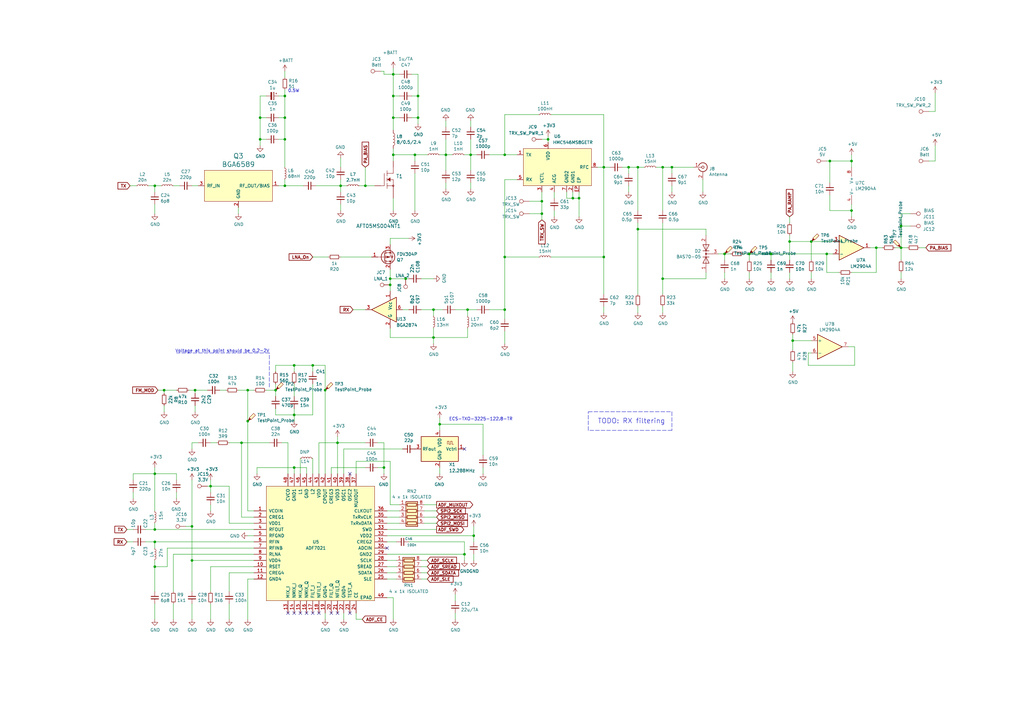
<source format=kicad_sch>
(kicad_sch (version 20211123) (generator eeschema)
  (paper "A3")
  (title_block (title "RF circuit") (comment 3 "Author: DB9MAT Mathis, SO3ALG Nikoloz, SP5WWP Wojciech") (comment 4 "TR-9 Open Source Digital Radio"))
  (junction (at 138.43 181.61))
  (junction (at 120.65 170.18))
  (junction (at 160.02 114.3))
  (junction (at 307.34 104.14))
  (junction (at 271.78 114.3))
  (junction (at 207.01 63.5))
  (junction (at 359.41 101.6))
  (junction (at 161.29 48.26))
  (junction (at 193.04 63.5))
  (junction (at 80.01 160.02))
  (junction (at 63.5 76.2))
  (junction (at 332.74 99.06))
  (junction (at 63.5 232.41))
  (junction (at 161.29 63.5))
  (junction (at 101.6 160.02))
  (junction (at 113.03 160.02))
  (junction (at 177.8 138.43))
  (junction (at 261.62 68.58))
  (junction (at 116.84 48.26))
  (junction (at 106.68 48.26))
  (junction (at 247.65 105.41))
  (junction (at 323.85 99.06))
  (junction (at 106.68 57.15))
  (junction (at 339.09 104.14))
  (junction (at 257.81 68.58))
  (junction (at 247.65 68.58))
  (junction (at 67.31 160.02))
  (junction (at 369.57 101.6))
  (junction (at 171.45 48.26))
  (junction (at 234.95 81.28))
  (junction (at 340.36 66.04))
  (junction (at 166.37 114.3))
  (junction (at 180.34 173.99))
  (junction (at 261.62 93.98))
  (junction (at 316.23 104.14))
  (junction (at 157.48 191.77))
  (junction (at 349.25 86.36))
  (junction (at 78.74 229.87))
  (junction (at 369.57 92.71))
  (junction (at 128.27 149.86))
  (junction (at 170.18 63.5))
  (junction (at 207.01 127))
  (junction (at 182.88 63.5))
  (junction (at 78.74 215.9))
  (junction (at 222.25 87.63))
  (junction (at 133.35 160.02))
  (junction (at 63.5 222.25))
  (junction (at 224.79 57.15))
  (junction (at 190.5 227.33))
  (junction (at 297.18 104.14))
  (junction (at 177.8 127))
  (junction (at 194.31 219.71))
  (junction (at 222.25 82.55))
  (junction (at 63.5 194.31))
  (junction (at 139.7 76.2))
  (junction (at 237.49 81.28))
  (junction (at 120.65 149.86))
  (junction (at 275.59 68.58))
  (junction (at 271.78 68.58))
  (junction (at 161.29 30.48))
  (junction (at 191.77 127))
  (junction (at 207.01 105.41))
  (junction (at 116.84 57.15))
  (junction (at 116.84 76.2))
  (junction (at 120.65 191.77))
  (junction (at 63.5 217.17))
  (junction (at 149.86 76.2))
  (junction (at 99.06 181.61))
  (junction (at 86.36 199.39))
  (junction (at 171.45 39.37))
  (junction (at 116.84 39.37))
  (junction (at 160.02 116.84))
  (junction (at 325.12 139.7))
  (junction (at 101.6 172.72))
  (junction (at 349.25 66.04))
  (junction (at 161.29 39.37))
  (no_connect (at 120.65 251.46))
  (no_connect (at 143.51 251.46))
  (no_connect (at 123.19 251.46))
  (no_connect (at 118.11 251.46))
  (no_connect (at 135.89 251.46))
  (no_connect (at 130.81 251.46))
  (no_connect (at 158.75 224.79))
  (no_connect (at 125.73 251.46))
  (no_connect (at 138.43 251.46))
  (no_connect (at 143.51 194.31))
  (no_connect (at 190.5 184.15))
  (no_connect (at 128.27 251.46))
  (wire (pts (xy 193.04 63.5) (xy 193.04 57.15)))
  (wire (pts (xy 140.97 251.46) (xy 140.97 254)))
  (wire (pts (xy 193.04 63.5) (xy 195.58 63.5)))
  (wire (pts (xy 138.43 181.61) (xy 138.43 179.07)))
  (wire (pts (xy 109.22 39.37) (xy 106.68 39.37)))
  (wire (pts (xy 139.7 76.2) (xy 139.7 78.74)))
  (wire (pts (xy 224.79 57.15) (xy 224.79 58.42)))
  (wire (pts (xy 177.8 138.43) (xy 160.02 138.43)))
  (wire (pts (xy 163.83 48.26) (xy 161.29 48.26)))
  (wire (pts (xy 222.25 87.63) (xy 222.25 90.17)))
  (wire (pts (xy 149.86 68.58) (xy 149.86 76.2)))
  (wire (pts (xy 146.05 194.31) (xy 146.05 189.23)))
  (wire (pts (xy 316.23 104.14) (xy 339.09 104.14)))
  (wire (pts (xy 113.03 157.48) (xy 113.03 160.02)))
  (wire (pts (xy 161.29 27.94) (xy 161.29 30.48)))
  (wire (pts (xy 71.12 76.2) (xy 73.66 76.2)))
  (wire (pts (xy 200.66 127) (xy 207.01 127)))
  (wire (pts (xy 63.5 224.79) (xy 63.5 222.25)))
  (wire (pts (xy 144.78 127) (xy 149.86 127)))
  (wire (pts (xy 54.61 194.31) (xy 54.61 196.85)))
  (wire (pts (xy 93.98 234.95) (xy 104.14 234.95)))
  (wire (pts (xy 104.14 209.55) (xy 101.6 209.55)))
  (wire (pts (xy 247.65 105.41) (xy 247.65 68.58)))
  (wire (pts (xy 377.19 101.6) (xy 379.73 101.6)))
  (wire (pts (xy 307.34 104.14) (xy 316.23 104.14)))
  (wire (pts (xy 383.54 59.69) (xy 383.54 66.04)))
  (wire (pts (xy 85.09 199.39) (xy 86.36 199.39)))
  (wire (pts (xy 232.41 81.28) (xy 234.95 81.28)))
  (wire (pts (xy 71.12 227.33) (xy 104.14 227.33)))
  (wire (pts (xy 170.18 63.5) (xy 175.26 63.5)))
  (wire (pts (xy 63.5 83.82) (xy 63.5 87.63)))
  (wire (pts (xy 271.78 68.58) (xy 275.59 68.58)))
  (wire (pts (xy 163.83 212.09) (xy 158.75 212.09)))
  (wire (pts (xy 160.02 114.3) (xy 160.02 116.84)))
  (wire (pts (xy 288.29 73.66) (xy 288.29 78.74)))
  (wire (pts (xy 182.88 63.5) (xy 182.88 69.85)))
  (wire (pts (xy 54.61 222.25) (xy 52.07 222.25)))
  (wire (pts (xy 190.5 227.33) (xy 190.5 229.87)))
  (wire (pts (xy 86.36 232.41) (xy 104.14 232.41)))
  (wire (pts (xy 173.99 209.55) (xy 179.07 209.55)))
  (wire (pts (xy 191.77 138.43) (xy 177.8 138.43)))
  (wire (pts (xy 160.02 207.01) (xy 163.83 207.01)))
  (wire (pts (xy 134.62 105.41) (xy 128.27 105.41)))
  (wire (pts (xy 289.56 114.3) (xy 271.78 114.3)))
  (wire (pts (xy 63.5 76.2) (xy 66.04 76.2)))
  (wire (pts (xy 339.09 111.76) (xy 339.09 104.14)))
  (wire (pts (xy 373.38 87.63) (xy 369.57 87.63)))
  (wire (pts (xy 68.58 224.79) (xy 68.58 232.41)))
  (wire (pts (xy 63.5 232.41) (xy 63.5 229.87)))
  (wire (pts (xy 114.3 39.37) (xy 116.84 39.37)))
  (wire (pts (xy 168.91 39.37) (xy 171.45 39.37)))
  (wire (pts (xy 207.01 46.99) (xy 207.01 63.5)))
  (wire (pts (xy 271.78 125.73) (xy 271.78 128.27)))
  (wire (pts (xy 340.36 66.04) (xy 349.25 66.04)))
  (wire (pts (xy 193.04 49.53) (xy 193.04 52.07)))
  (wire (pts (xy 161.29 39.37) (xy 161.29 48.26)))
  (wire (pts (xy 86.36 199.39) (xy 93.98 199.39)))
  (wire (pts (xy 227.33 86.36) (xy 227.33 88.9)))
  (wire (pts (xy 109.22 160.02) (xy 113.03 160.02)))
  (wire (pts (xy 114.3 57.15) (xy 116.84 57.15)))
  (wire (pts (xy 63.5 232.41) (xy 63.5 242.57)))
  (wire (pts (xy 198.12 191.77) (xy 198.12 194.31)))
  (wire (pts (xy 381 66.04) (xy 383.54 66.04)))
  (wire (pts (xy 224.79 55.88) (xy 224.79 57.15)))
  (wire (pts (xy 369.57 87.63) (xy 369.57 92.71)))
  (wire (pts (xy 194.31 219.71) (xy 194.31 215.9)))
  (wire (pts (xy 157.48 181.61) (xy 157.48 191.77)))
  (wire (pts (xy 116.84 48.26) (xy 116.84 57.15)))
  (wire (pts (xy 289.56 93.98) (xy 261.62 93.98)))
  (wire (pts (xy 261.62 91.44) (xy 261.62 93.98)))
  (wire (pts (xy 316.23 111.76) (xy 316.23 114.3)))
  (wire (pts (xy 207.01 63.5) (xy 212.09 63.5)))
  (wire (pts (xy 76.2 215.9) (xy 78.74 215.9)))
  (wire (pts (xy 67.31 160.02) (xy 67.31 161.29)))
  (wire (pts (xy 78.74 181.61) (xy 78.74 184.15)))
  (wire (pts (xy 222.25 78.74) (xy 222.25 82.55)))
  (wire (pts (xy 369.57 111.76) (xy 369.57 114.3)))
  (wire (pts (xy 93.98 247.65) (xy 93.98 254)))
  (wire (pts (xy 182.88 57.15) (xy 182.88 63.5)))
  (wire (pts (xy 172.72 237.49) (xy 175.26 237.49)))
  (wire (pts (xy 316.23 104.14) (xy 316.23 106.68)))
  (wire (pts (xy 113.03 160.02) (xy 113.03 162.56)))
  (wire (pts (xy 255.27 68.58) (xy 257.81 68.58)))
  (wire (pts (xy 158.75 222.25) (xy 162.56 222.25)))
  (wire (pts (xy 245.11 68.58) (xy 247.65 68.58)))
  (wire (pts (xy 289.56 93.98) (xy 289.56 96.52)))
  (wire (pts (xy 369.57 101.6) (xy 369.57 106.68)))
  (wire (pts (xy 340.36 74.93) (xy 340.36 66.04)))
  (wire (pts (xy 116.84 76.2) (xy 116.84 73.66)))
  (wire (pts (xy 325.12 137.16) (xy 325.12 139.7)))
  (wire (pts (xy 226.06 105.41) (xy 247.65 105.41)))
  (wire (pts (xy 271.78 114.3) (xy 271.78 120.65)))
  (wire (pts (xy 191.77 127) (xy 195.58 127)))
  (wire (pts (xy 101.6 160.02) (xy 104.14 160.02)))
  (wire (pts (xy 115.57 181.61) (xy 118.11 181.61)))
  (wire (pts (xy 99.06 181.61) (xy 110.49 181.61)))
  (wire (pts (xy 135.89 194.31) (xy 135.89 191.77)))
  (wire (pts (xy 120.65 149.86) (xy 120.65 152.4)))
  (wire (pts (xy 297.18 104.14) (xy 299.72 104.14)))
  (wire (pts (xy 207.01 105.41) (xy 220.98 105.41)))
  (wire (pts (xy 97.79 160.02) (xy 101.6 160.02)))
  (wire (pts (xy 275.59 76.2) (xy 275.59 78.74)))
  (wire (pts (xy 167.64 222.25) (xy 190.5 222.25)))
  (wire (pts (xy 120.65 149.86) (xy 128.27 149.86)))
  (wire (pts (xy 344.17 111.76) (xy 339.09 111.76)))
  (wire (pts (xy 207.01 127) (xy 207.01 130.81)))
  (wire (pts (xy 193.04 74.93) (xy 193.04 77.47)))
  (wire (pts (xy 207.01 135.89) (xy 207.01 140.97)))
  (wire (pts (xy 160.02 189.23) (xy 160.02 207.01)))
  (wire (pts (xy 325.12 148.59) (xy 325.12 152.4)))
  (wire (pts (xy 198.12 173.99) (xy 198.12 186.69)))
  (wire (pts (xy 179.07 212.09) (xy 173.99 212.09)))
  (wire (pts (xy 193.04 63.5) (xy 193.04 69.85)))
  (wire (pts (xy 222.25 82.55) (xy 222.25 87.63)))
  (wire (pts (xy 104.14 219.71) (xy 101.6 219.71)))
  (wire (pts (xy 161.29 245.11) (xy 161.29 254)))
  (wire (pts (xy 227.33 78.74) (xy 227.33 81.28)))
  (wire (pts (xy 116.84 39.37) (xy 116.84 48.26)))
  (wire (pts (xy 180.34 63.5) (xy 182.88 63.5)))
  (wire (pts (xy 120.65 170.18) (xy 128.27 170.18)))
  (wire (pts (xy 135.89 191.77) (xy 149.86 191.77)))
  (wire (pts (xy 60.96 76.2) (xy 63.5 76.2)))
  (wire (pts (xy 123.19 187.96) (xy 123.19 194.31)))
  (polyline (pts (xy 241.3 168.91) (xy 275.59 168.91)))
  (wire (pts (xy 63.5 194.31) (xy 63.5 209.55)))
  (wire (pts (xy 175.26 232.41) (xy 172.72 232.41)))
  (wire (pts (xy 140.97 194.31) (xy 140.97 184.15)))
  (wire (pts (xy 78.74 215.9) (xy 78.74 229.87)))
  (wire (pts (xy 113.03 170.18) (xy 120.65 170.18)))
  (wire (pts (xy 161.29 30.48) (xy 161.29 39.37)))
  (wire (pts (xy 116.84 39.37) (xy 116.84 36.83)))
  (wire (pts (xy 257.81 76.2) (xy 257.81 78.74)))
  (wire (pts (xy 86.36 201.93) (xy 86.36 199.39)))
  (wire (pts (xy 128.27 149.86) (xy 128.27 152.4)))
  (wire (pts (xy 191.77 134.62) (xy 191.77 138.43)))
  (wire (pts (xy 72.39 201.93) (xy 72.39 204.47)))
  (wire (pts (xy 212.09 73.66) (xy 207.01 73.66)))
  (wire (pts (xy 217.17 87.63) (xy 222.25 87.63)))
  (wire (pts (xy 177.8 129.54) (xy 177.8 127)))
  (wire (pts (xy 133.35 160.02) (xy 133.35 149.86)))
  (wire (pts (xy 331.47 144.78) (xy 331.47 149.86)))
  (wire (pts (xy 157.48 191.77) (xy 157.48 194.31)))
  (wire (pts (xy 359.41 111.76) (xy 359.41 101.6)))
  (wire (pts (xy 257.81 68.58) (xy 261.62 68.58)))
  (wire (pts (xy 182.88 63.5) (xy 185.42 63.5)))
  (wire (pts (xy 116.84 57.15) (xy 116.84 68.58)))
  (wire (pts (xy 106.68 48.26) (xy 109.22 48.26)))
  (wire (pts (xy 160.02 97.79) (xy 160.02 100.33)))
  (wire (pts (xy 304.8 104.14) (xy 307.34 104.14)))
  (wire (pts (xy 161.29 66.04) (xy 161.29 63.5)))
  (wire (pts (xy 146.05 251.46) (xy 146.05 254)))
  (wire (pts (xy 191.77 129.54) (xy 191.77 127)))
  (wire (pts (xy 180.34 191.77) (xy 180.34 194.31)))
  (wire (pts (xy 106.68 39.37) (xy 106.68 48.26)))
  (wire (pts (xy 247.65 128.27) (xy 247.65 125.73)))
  (wire (pts (xy 323.85 91.44) (xy 323.85 88.9)))
  (wire (pts (xy 86.36 196.85) (xy 86.36 199.39)))
  (wire (pts (xy 171.45 39.37) (xy 171.45 48.26)))
  (wire (pts (xy 217.17 82.55) (xy 222.25 82.55)))
  (wire (pts (xy 349.25 83.82) (xy 349.25 86.36)))
  (wire (pts (xy 114.3 48.26) (xy 116.84 48.26)))
  (wire (pts (xy 63.5 247.65) (xy 63.5 254)))
  (wire (pts (xy 54.61 194.31) (xy 63.5 194.31)))
  (wire (pts (xy 261.62 68.58) (xy 264.16 68.58)))
  (wire (pts (xy 173.99 214.63) (xy 179.07 214.63)))
  (wire (pts (xy 289.56 114.3) (xy 289.56 111.76)))
  (wire (pts (xy 359.41 101.6) (xy 361.95 101.6)))
  (wire (pts (xy 163.83 30.48) (xy 161.29 30.48)))
  (wire (pts (xy 105.41 191.77) (xy 105.41 194.31)))
  (wire (pts (xy 369.57 92.71) (xy 369.57 101.6)))
  (wire (pts (xy 63.5 194.31) (xy 63.5 191.77)))
  (wire (pts (xy 133.35 149.86) (xy 128.27 149.86)))
  (wire (pts (xy 99.06 212.09) (xy 104.14 212.09)))
  (wire (pts (xy 323.85 99.06) (xy 323.85 106.68)))
  (wire (pts (xy 52.07 217.17) (xy 54.61 217.17)))
  (wire (pts (xy 157.48 30.48) (xy 161.29 30.48)))
  (wire (pts (xy 247.65 68.58) (xy 250.19 68.58)))
  (wire (pts (xy 186.69 254) (xy 186.69 251.46)))
  (wire (pts (xy 158.75 234.95) (xy 162.56 234.95)))
  (wire (pts (xy 86.36 181.61) (xy 88.9 181.61)))
  (wire (pts (xy 369.57 101.6) (xy 372.11 101.6)))
  (wire (pts (xy 128.27 187.96) (xy 128.27 194.31)))
  (wire (pts (xy 63.5 217.17) (xy 104.14 217.17)))
  (polyline (pts (xy 110.49 158.75) (xy 110.49 144.78)))
  (wire (pts (xy 158.75 219.71) (xy 194.31 219.71)))
  (wire (pts (xy 113.03 167.64) (xy 113.03 170.18)))
  (wire (pts (xy 130.81 194.31) (xy 130.81 181.61)))
  (wire (pts (xy 118.11 181.61) (xy 118.11 194.31)))
  (wire (pts (xy 158.75 245.11) (xy 161.29 245.11)))
  (wire (pts (xy 101.6 160.02) (xy 101.6 172.72)))
  (wire (pts (xy 139.7 83.82) (xy 139.7 86.36)))
  (wire (pts (xy 171.45 48.26) (xy 171.45 50.8)))
  (wire (pts (xy 161.29 81.28) (xy 161.29 86.36)))
  (wire (pts (xy 161.29 48.26) (xy 161.29 53.34)))
  (polyline (pts (xy 110.49 144.78) (xy 72.39 144.78)))
  (wire (pts (xy 72.39 160.02) (xy 67.31 160.02)))
  (wire (pts (xy 120.65 191.77) (xy 105.41 191.77)))
  (wire (pts (xy 128.27 170.18) (xy 128.27 157.48)))
  (wire (pts (xy 177.8 127) (xy 181.61 127)))
  (wire (pts (xy 166.37 114.3) (xy 167.64 114.3)))
  (wire (pts (xy 93.98 181.61) (xy 99.06 181.61)))
  (wire (pts (xy 78.74 247.65) (xy 78.74 254)))
  (wire (pts (xy 120.65 191.77) (xy 125.73 191.77)))
  (wire (pts (xy 170.18 63.5) (xy 170.18 66.04)))
  (wire (pts (xy 297.18 104.14) (xy 297.18 106.68)))
  (wire (pts (xy 72.39 194.31) (xy 63.5 194.31)))
  (wire (pts (xy 261.62 125.73) (xy 261.62 128.27)))
  (wire (pts (xy 139.7 76.2) (xy 142.24 76.2)))
  (wire (pts (xy 323.85 99.06) (xy 332.74 99.06)))
  (wire (pts (xy 182.88 74.93) (xy 182.88 77.47)))
  (wire (pts (xy 163.83 39.37) (xy 161.29 39.37)))
  (wire (pts (xy 207.01 46.99) (xy 220.98 46.99)))
  (wire (pts (xy 77.47 160.02) (xy 80.01 160.02)))
  (wire (pts (xy 294.64 104.14) (xy 297.18 104.14)))
  (wire (pts (xy 154.94 191.77) (xy 157.48 191.77)))
  (wire (pts (xy 247.65 46.99) (xy 247.65 68.58)))
  (wire (pts (xy 78.74 229.87) (xy 78.74 242.57)))
  (wire (pts (xy 120.65 170.18) (xy 120.65 172.72)))
  (wire (pts (xy 325.12 139.7) (xy 325.12 143.51)))
  (wire (pts (xy 116.84 76.2) (xy 124.46 76.2)))
  (wire (pts (xy 165.1 127) (xy 167.64 127)))
  (wire (pts (xy 234.95 81.28) (xy 234.95 78.74)))
  (wire (pts (xy 160.02 138.43) (xy 160.02 134.62)))
  (wire (pts (xy 297.18 111.76) (xy 297.18 114.3)))
  (wire (pts (xy 222.25 57.15) (xy 224.79 57.15)))
  (wire (pts (xy 339.09 104.14) (xy 341.63 104.14)))
  (wire (pts (xy 339.09 66.04) (xy 340.36 66.04)))
  (wire (pts (xy 146.05 189.23) (xy 160.02 189.23)))
  (wire (pts (xy 186.69 243.84) (xy 186.69 246.38)))
  (wire (pts (xy 172.72 127) (xy 177.8 127)))
  (wire (pts (xy 160.02 114.3) (xy 166.37 114.3)))
  (wire (pts (xy 349.25 66.04) (xy 349.25 63.5)))
  (wire (pts (xy 232.41 78.74) (xy 232.41 81.28)))
  (wire (pts (xy 161.29 63.5) (xy 170.18 63.5)))
  (wire (pts (xy 172.72 229.87) (xy 175.26 229.87)))
  (wire (pts (xy 133.35 194.31) (xy 133.35 160.02)))
  (polyline (pts (xy 241.3 176.53) (xy 241.3 168.91)))
  (wire (pts (xy 114.3 76.2) (xy 116.84 76.2)))
  (wire (pts (xy 383.54 38.1) (xy 383.54 45.72)))
  (wire (pts (xy 154.94 181.61) (xy 157.48 181.61)))
  (wire (pts (xy 72.39 196.85) (xy 72.39 194.31)))
  (wire (pts (xy 78.74 76.2) (xy 81.28 76.2)))
  (wire (pts (xy 106.68 57.15) (xy 109.22 57.15)))
  (wire (pts (xy 168.91 30.48) (xy 171.45 30.48)))
  (wire (pts (xy 138.43 181.61) (xy 149.86 181.61)))
  (wire (pts (xy 160.02 97.79) (xy 167.64 97.79)))
  (wire (pts (xy 104.14 224.79) (xy 68.58 224.79)))
  (wire (pts (xy 113.03 149.86) (xy 120.65 149.86)))
  (wire (pts (xy 237.49 81.28) (xy 237.49 88.9)))
  (wire (pts (xy 369.57 92.71) (xy 373.38 92.71)))
  (wire (pts (xy 180.34 171.45) (xy 180.34 173.99)))
  (wire (pts (xy 158.75 229.87) (xy 162.56 229.87)))
  (wire (pts (xy 349.25 66.04) (xy 349.25 68.58)))
  (wire (pts (xy 113.03 152.4) (xy 113.03 149.86)))
  (wire (pts (xy 332.74 144.78) (xy 331.47 144.78)))
  (wire (pts (xy 71.12 227.33) (xy 71.12 242.57)))
  (wire (pts (xy 323.85 111.76) (xy 323.85 114.3)))
  (wire (pts (xy 86.36 207.01) (xy 86.36 209.55)))
  (wire (pts (xy 133.35 251.46) (xy 133.35 254)))
  (wire (pts (xy 275.59 68.58) (xy 284.48 68.58)))
  (wire (pts (xy 180.34 173.99) (xy 198.12 173.99)))
  (wire (pts (xy 86.36 242.57) (xy 86.36 232.41)))
  (wire (pts (xy 106.68 48.26) (xy 106.68 57.15)))
  (wire (pts (xy 81.28 181.61) (xy 78.74 181.61)))
  (wire (pts (xy 332.74 106.68) (xy 332.74 99.06)))
  (wire (pts (xy 147.32 76.2) (xy 149.86 76.2)))
  (polyline (pts (xy 275.59 168.91) (xy 275.59 176.53)))
  (wire (pts (xy 80.01 166.37) (xy 80.01 168.91)))
  (wire (pts (xy 207.01 105.41) (xy 207.01 127)))
  (wire (pts (xy 163.83 209.55) (xy 158.75 209.55)))
  (wire (pts (xy 160.02 116.84) (xy 160.02 119.38)))
  (wire (pts (xy 350.52 149.86) (xy 350.52 142.24)))
  (wire (pts (xy 120.65 170.18) (xy 120.65 167.64)))
  (wire (pts (xy 86.36 247.65) (xy 86.36 254)))
  (wire (pts (xy 63.5 76.2) (xy 63.5 78.74)))
  (wire (pts (xy 68.58 232.41) (xy 63.5 232.41)))
  (wire (pts (xy 64.77 160.02) (xy 67.31 160.02)))
  (wire (pts (xy 59.69 222.25) (xy 63.5 222.25)))
  (wire (pts (xy 161.29 60.96) (xy 161.29 63.5)))
  (wire (pts (xy 163.83 214.63) (xy 158.75 214.63)))
  (wire (pts (xy 340.36 86.36) (xy 340.36 80.01)))
  (wire (pts (xy 54.61 201.93) (xy 54.61 204.47)))
  (wire (pts (xy 92.71 160.02) (xy 90.17 160.02)))
  (wire (pts (xy 139.7 64.77) (xy 139.7 68.58)))
  (wire (pts (xy 168.91 48.26) (xy 171.45 48.26)))
  (wire (pts (xy 140.97 184.15) (xy 165.1 184.15)))
  (wire (pts (xy 80.01 160.02) (xy 85.09 160.02)))
  (polyline (pts (xy 275.59 176.53) (xy 241.3 176.53)))
  (wire (pts (xy 247.65 120.65) (xy 247.65 105.41)))
  (wire (pts (xy 120.65 194.31) (xy 120.65 191.77)))
  (wire (pts (xy 271.78 68.58) (xy 271.78 86.36)))
  (wire (pts (xy 180.34 173.99) (xy 180.34 176.53)))
  (wire (pts (xy 349.25 86.36) (xy 340.36 86.36)))
  (wire (pts (xy 325.12 139.7) (xy 332.74 139.7)))
  (wire (pts (xy 156.21 29.21) (xy 157.48 29.21)))
  (wire (pts (xy 71.12 247.65) (xy 71.12 254)))
  (wire (pts (xy 186.69 127) (xy 191.77 127)))
  (wire (pts (xy 271.78 91.44) (xy 271.78 114.3)))
  (wire (pts (xy 200.66 63.5) (xy 207.01 63.5)))
  (wire (pts (xy 261.62 68.58) (xy 261.62 86.36)))
  (wire (pts (xy 194.31 227.33) (xy 194.31 229.87)))
  (wire (pts (xy 177.8 134.62) (xy 177.8 138.43)))
  (wire (pts (xy 261.62 93.98) (xy 261.62 120.65)))
  (wire (pts (xy 101.6 237.49) (xy 101.6 254)))
  (wire (pts (xy 106.68 57.15) (xy 106.68 59.69)))
  (wire (pts (xy 332.74 99.06) (xy 341.63 99.06)))
  (wire (pts (xy 116.84 29.21) (xy 116.84 31.75)))
  (wire (pts (xy 78.74 229.87) (xy 104.14 229.87)))
  (wire (pts (xy 194.31 219.71) (xy 194.31 222.25)))
  (wire (pts (xy 179.07 207.01) (xy 173.99 207.01)))
  (wire (pts (xy 59.69 217.17) (xy 63.5 217.17)))
  (wire (pts (xy 190.5 63.5) (xy 193.04 63.5)))
  (wire (pts (xy 104.14 214.63) (xy 93.98 214.63)))
  (wire (pts (xy 97.79 85.09) (xy 97.79 87.63)))
  (wire (pts (xy 67.31 166.37) (xy 67.31 168.91)))
  (wire (pts (xy 170.18 71.12) (xy 170.18 86.36)))
  (wire (pts (xy 146.05 254) (xy 148.59 254)))
  (wire (pts (xy 269.24 68.58) (xy 271.78 68.58)))
  (wire (pts (xy 349.25 86.36) (xy 349.25 88.9)))
  (wire (pts (xy 93.98 242.57) (xy 93.98 234.95)))
  (wire (pts (xy 275.59 68.58) (xy 275.59 71.12)))
  (wire (pts (xy 171.45 30.48) (xy 171.45 39.37)))
  (wire (pts (xy 80.01 161.29) (xy 80.01 160.02)))
  (wire (pts (xy 307.34 104.14) (xy 307.34 106.68)))
  (wire (pts (xy 182.88 49.53) (xy 182.88 52.07)))
  (wire (pts (xy 158.75 232.41) (xy 162.56 232.41)))
  (wire (pts (xy 139.7 73.66) (xy 139.7 76.2)))
  (wire (pts (xy 367.03 101.6) (xy 369.57 101.6)))
  (wire (pts (xy 172.72 114.3) (xy 177.8 114.3)))
  (wire (pts (xy 350.52 142.24) (xy 347.98 142.24)))
  (wire (pts (xy 130.81 181.61) (xy 138.43 181.61)))
  (wire (pts (xy 63.5 222.25) (xy 104.14 222.25)))
  (wire (pts (xy 160.02 110.49) (xy 160.02 114.3)))
  (wire (pts (xy 383.54 45.72) (xy 381 45.72)))
  (wire (pts (xy 104.14 237.49) (xy 101.6 237.49)))
  (wire (pts (xy 158.75 237.49) (xy 162.56 237.49)))
  (wire (pts (xy 177.8 138.43) (xy 177.8 140.97)))
  (wire (pts (xy 53.34 76.2) (xy 55.88 76.2)))
  (wire (pts (xy 323.85 96.52) (xy 323.85 99.06)))
  (wire (pts (xy 226.06 46.99) (xy 247.65 46.99)))
  (wire (pts (xy 129.54 76.2) (xy 139.7 76.2)))
  (wire (pts (xy 157.48 29.21) (xy 157.48 30.48)))
  (wire (pts (xy 149.86 76.2) (xy 153.67 76.2)))
  (wire (pts (xy 237.49 81.28) (xy 237.49 78.74)))
  (wire (pts (xy 99.06 181.61) (xy 99.06 212.09)))
  (wire (pts (xy 234.95 81.28) (xy 237.49 81.28)))
  (wire (pts (xy 207.01 73.66) (xy 207.01 105.41)))
  (wire (pts (xy 78.74 196.85) (xy 78.74 215.9)))
  (wire (pts (xy 307.34 111.76) (xy 307.34 114.3)))
  (wire (pts (xy 158.75 227.33) (xy 190.5 227.33)))
  (wire (pts (xy 349.25 111.76) (xy 359.41 111.76)))
  (wire (pts (xy 158.75 217.17) (xy 179.07 217.17)))
  (wire (pts (xy 257.81 68.58) (xy 257.81 71.12)))
  (wire (pts (xy 172.72 234.95) (xy 175.26 234.95)))
  (wire (pts (xy 125.73 191.77) (xy 125.73 194.31)))
  (wire (pts (xy 138.43 194.31) (xy 138.43 181.61)))
  (wire (pts (xy 190.5 222.25) (xy 190.5 227.33)))
  (wire (pts (xy 356.87 101.6) (xy 359.41 101.6)))
  (wire (pts (xy 139.7 105.41) (xy 152.4 105.41)))
  (wire (pts (xy 63.5 214.63) (xy 63.5 217.17)))
  (wire (pts (xy 331.47 149.86) (xy 350.52 149.86)))
  (wire (pts (xy 101.6 172.72) (xy 101.6 209.55)))
  (wire (pts (xy 120.65 157.48) (xy 120.65 162.56)))
  (wire (pts (xy 332.74 111.76) (xy 332.74 114.3)))
  (wire (pts (xy 93.98 199.39) (xy 93.98 214.63)))
  (text "Voltage at this point should be 0.2-2V" (at 110.49 144.78 180) (effects (font (size 1.27 1.27)) (justify right bottom)))
  (text "TODO: RX filtering" (at 245.11 173.99 0) (effects (font (size 2.0066 2.0066)) (justify left bottom)))
  (text "ECS-TXO-3225-122.8-TR" (at 184.15 172.72 0) (effects (font (size 1.27 1.27)) (justify left bottom)))
  (text "0.5W" (at 118.11 38.1 0) (effects (font (size 1.27 1.27)) (justify left bottom)))
  (global_label "LNA_On" (shape input) (at 128.27 105.41 180) (effects (font (thickness 0.254) bold)) (property "Intersheet References" "${INTERSHEET_REFS}" (effects hide)))
  (global_label "ADF_SWD" (shape output) (at 179.07 217.17 0) (effects (font (thickness 0.254) bold)) (property "Intersheet References" "${INTERSHEET_REFS}" (effects hide)))
  (global_label "PA_BIAS" (shape input) (at 379.73 101.6 0) (effects (font (thickness 0.254) bold)) (property "Intersheet References" "${INTERSHEET_REFS}" (effects hide)))
  (global_label "ADF_SCLK" (shape input) (at 175.26 229.87 0) (effects (font (thickness 0.254) bold)) (property "Intersheet References" "${INTERSHEET_REFS}" (effects hide)))
  (global_label "PA_BIAS" (shape input) (at 149.86 68.58 90) (effects (font (thickness 0.254) bold)) (property "Intersheet References" "${INTERSHEET_REFS}" (effects hide)))
  (global_label "ADF_SLE" (shape input) (at 175.26 237.49 0) (effects (font (thickness 0.254) bold)) (property "Intersheet References" "${INTERSHEET_REFS}" (effects hide)))
  (global_label "SPI2_MISO" (shape input) (at 179.07 212.09 0) (effects (font (thickness 0.254) bold)) (property "Intersheet References" "${INTERSHEET_REFS}" (effects hide)))
  (global_label "SPI2_MOSI" (shape input) (at 179.07 214.63 0) (effects (font (thickness 0.254) bold)) (property "Intersheet References" "${INTERSHEET_REFS}" (effects hide)))
  (global_label "ADF_SDATA" (shape input) (at 175.26 234.95 0) (effects (font (thickness 0.254) bold)) (property "Intersheet References" "${INTERSHEET_REFS}" (effects hide)))
  (global_label "ADF_SREAD" (shape input) (at 175.26 232.41 0) (effects (font (thickness 0.254) bold)) (property "Intersheet References" "${INTERSHEET_REFS}" (effects hide)))
  (global_label "ADF_CE" (shape input) (at 148.59 254 0) (effects (font (thickness 0.254) bold)) (property "Intersheet References" "${INTERSHEET_REFS}" (effects hide)))
  (global_label "PA_RAMP" (shape input) (at 323.85 88.9 90) (effects (font (thickness 0.254) bold)) (property "Intersheet References" "${INTERSHEET_REFS}" (effects hide)))
  (global_label "TRX_SW" (shape input) (at 222.25 90.17 270) (effects (font (thickness 0.254) bold)) (property "Intersheet References" "${INTERSHEET_REFS}" (effects hide)))
  (global_label "TX" (shape input) (at 52.07 217.17 180) (effects (font (thickness 0.254) bold)) (property "Intersheet References" "${INTERSHEET_REFS}" (effects hide)))
  (global_label "FM_MOD" (shape input) (at 64.77 160.02 180) (effects (font (thickness 0.254) bold)) (property "Intersheet References" "${INTERSHEET_REFS}" (effects hide)))
  (global_label "RX" (shape input) (at 52.07 222.25 180) (effects (font (thickness 0.254) bold)) (property "Intersheet References" "${INTERSHEET_REFS}" (effects hide)))
  (global_label "SPI2_SCK" (shape input) (at 179.07 209.55 0) (effects (font (thickness 0.254) bold)) (property "Intersheet References" "${INTERSHEET_REFS}" (effects hide)))
  (global_label "RX" (shape input) (at 144.78 127 180) (effects (font (thickness 0.254) bold)) (property "Intersheet References" "${INTERSHEET_REFS}" (effects hide)))
  (global_label "TX" (shape input) (at 53.34 76.2 180) (effects (font (thickness 0.254) bold)) (property "Intersheet References" "${INTERSHEET_REFS}" (effects hide)))
  (global_label "ADF_MUXOUT" (shape output) (at 179.07 207.01 0) (effects (font (thickness 0.254) bold)) (property "Intersheet References" "${INTERSHEET_REFS}" (effects hide)))
  (symbol (lib_id "Mainboard-rescue:C_Small-device") (at 139.7 81.28 0) (unit 1)
    (property "Reference" "C43" (at 142.0368 80.1116 0) (effects (justify left)))
    (property "Value" "10p" (at 142.0368 82.423 0) (effects (justify left)))
    (property "Footprint" "Capacitor_SMD:C_0603_1608Metric" (effects hide))
    (property "Voltage" "50" (effects hide))
    (property "TempCoef" "C0G" (effects hide))
    (property "Tolerance" "5" (effects hide))
  )
  (symbol (lib_id "power:GND") (at 139.7 86.36 0) (unit 1)
    (property "Reference" "#PWR080" (effects hide))
    (property "Value" "GND" (at 139.827 90.7542 0))
  )
  (symbol (lib_id "Mainboard-rescue:C_Small-device") (at 139.7 71.12 0) (mirror x) (unit 1)
    (property "Reference" "C42" (at 137.3632 69.9516 0) (effects (justify right)))
    (property "Value" "10p" (at 137.3632 72.263 0) (effects (justify right)))
    (property "Footprint" "Capacitor_SMD:C_0603_1608Metric" (effects hide))
    (property "Voltage" "50" (effects hide))
    (property "TempCoef" "C0G" (effects hide))
    (property "Tolerance" "5" (effects hide))
  )
  (symbol (lib_id "Mainboard-rescue:L_Small-device") (at 144.78 76.2 90) (unit 1)
    (property "Reference" "L7" (at 144.78 71.501 90))
    (property "Value" "2.7nH" (at 144.78 73.8124 90))
    (property "Footprint" "Inductor_SMD:L_0603_1608Metric" (effects hide))
  )
  (symbol (lib_id "Mainboard-rescue:R_Small-device") (at 374.65 101.6 90) (unit 1)
    (property "Reference" "R18" (at 373.4816 100.1014 0) (effects (justify left)))
    (property "Value" "4k7" (at 375.793 100.1014 0) (effects (justify left)))
    (property "Footprint" "Resistor_SMD:R_0603_1608Metric" (effects hide))
    (property "Power" "0.125" (effects hide))
    (property "Tolerance" "5" (effects hide))
  )
  (symbol (lib_id "power:GND") (at 139.7 64.77 180) (unit 1)
    (property "Reference" "#PWR079" (effects hide))
    (property "Value" "GND" (at 139.573 60.3758 0))
  )
  (symbol (lib_id "TR-9:AFT05MS004NT1") (at 158.75 73.66 0) (unit 1)
    (property "Reference" "T1" (at 162.4076 72.3138 0) (effects (font (size 1.4986 1.4986)) (justify left)))
    (property "Value" "AFT05MS004NT1" (at 146.05 92.71 0) (effects (font (size 1.4986 1.4986)) (justify left)))
    (property "Footprint" "TR-9:AFT05MS004NT1" (effects hide))
  )
  (symbol (lib_id "power:GND") (at 161.29 86.36 0) (unit 1)
    (property "Reference" "#PWR084" (effects hide))
    (property "Value" "GND" (at 161.417 90.7542 0))
  )
  (symbol (lib_id "Mainboard-rescue:C_Small-device") (at 170.18 68.58 0) (unit 1)
    (property "Reference" "C51" (at 172.5168 67.4116 0) (effects (justify left)))
    (property "Value" "10p" (at 172.5168 69.723 0) (effects (justify left)))
    (property "Footprint" "Capacitor_SMD:C_0603_1608Metric" (effects hide))
    (property "Voltage" "50" (effects hide))
    (property "TempCoef" "C0G" (effects hide))
    (property "Tolerance" "5" (effects hide))
  )
  (symbol (lib_id "power:GND") (at 170.18 86.36 0) (unit 1)
    (property "Reference" "#PWR086" (effects hide))
    (property "Value" "GND" (at 170.307 90.7542 0))
  )
  (symbol (lib_id "Mainboard-rescue:L-device") (at 161.29 57.15 0) (unit 1)
    (property "Reference" "L8" (at 162.6108 55.9816 0) (effects (justify left)))
    (property "Value" "8/0.5/2.4" (at 162.6108 58.293 0) (effects (justify left)))
    (property "Footprint" "TR-9:RF_Coil_v2_mirrored" (effects hide))
  )
  (symbol (lib_id "Mainboard-rescue:C_Small-device") (at 166.37 48.26 270) (unit 1)
    (property "Reference" "C49" (at 166.37 42.4434 90))
    (property "Value" "100p" (at 166.37 44.7548 90))
    (property "Footprint" "Capacitor_SMD:C_0603_1608Metric" (effects hide))
    (property "Voltage" "50" (effects hide))
    (property "TempCoef" "C0G" (effects hide))
    (property "Tolerance" "5" (effects hide))
  )
  (symbol (lib_id "power:GND") (at 171.45 50.8 0) (unit 1)
    (property "Reference" "#PWR087" (effects hide))
    (property "Value" "GND" (at 171.577 55.1942 0))
  )
  (symbol (lib_id "Mainboard-rescue:C_Small-device") (at 166.37 39.37 270) (unit 1)
    (property "Reference" "C48" (at 166.37 33.5534 90))
    (property "Value" "1000p" (at 166.37 35.8648 90))
    (property "Footprint" "Capacitor_SMD:C_0603_1608Metric" (effects hide))
    (property "Voltage" "50" (effects hide))
    (property "TempCoef" "C0G" (effects hide))
    (property "Tolerance" "5" (effects hide))
  )
  (symbol (lib_id "Mainboard-rescue:C_Small-device") (at 166.37 30.48 90) (unit 1)
    (property "Reference" "C47" (at 166.37 26.67 90))
    (property "Value" "1u/TA" (at 166.37 24.13 90))
    (property "Footprint" "Capacitor_Tantalum_SMD:CP_EIA-3216-18_Kemet-A" (effects hide))
    (property "Partno" "T491A105M016AT" (effects hide))
    (property "Tolerance" "10" (effects hide))
    (property "Voltage" "10" (effects hide))
    (property "TempCoef" "TANTAL" (effects hide))
  )
  (symbol (lib_id "power:+BATT") (at 161.29 27.94 0) (unit 1)
    (property "Reference" "#PWR083" (effects hide))
    (property "Value" "+BATT" (at 160.02 21.59 0))
  )
  (symbol (lib_id "Mainboard-rescue:L_Small-device") (at 177.8 63.5 90) (unit 1)
    (property "Reference" "L9" (at 177.8 58.801 90))
    (property "Value" "1nH" (at 177.8 61.1124 90))
    (property "Footprint" "Inductor_SMD:L_0603_1608Metric" (effects hide))
  )
  (symbol (lib_id "Mainboard-rescue:C_Small-device") (at 182.88 72.39 0) (unit 1)
    (property "Reference" "C53" (at 185.2168 71.2216 0) (effects (justify left)))
    (property "Value" "12p" (at 185.2168 73.533 0) (effects (justify left)))
    (property "Footprint" "Capacitor_SMD:C_0603_1608Metric" (effects hide))
    (property "Voltage" "50" (effects hide))
    (property "Tolerance" "5" (effects hide))
    (property "TempCoef" "C0G" (effects hide))
  )
  (symbol (lib_id "Mainboard-rescue:L_Small-device") (at 187.96 63.5 90) (unit 1)
    (property "Reference" "L10" (at 187.96 58.801 90))
    (property "Value" "1nH" (at 187.96 61.1124 90))
    (property "Footprint" "Inductor_SMD:L_0603_1608Metric" (effects hide))
  )
  (symbol (lib_id "Mainboard-rescue:C_Small-device") (at 182.88 54.61 0) (unit 1)
    (property "Reference" "C52" (at 185.2168 53.4416 0) (effects (justify left)))
    (property "Value" "7p" (at 185.2168 55.753 0) (effects (justify left)))
    (property "Footprint" "Capacitor_SMD:C_0603_1608Metric" (effects hide))
    (property "Voltage" "50" (effects hide))
    (property "Tolerance" "5" (effects hide))
    (property "TempCoef" "C0G" (effects hide))
  )
  (symbol (lib_id "power:GND") (at 182.88 49.53 180) (unit 1)
    (property "Reference" "#PWR091" (effects hide))
    (property "Value" "GND" (at 182.753 45.1358 0))
  )
  (symbol (lib_id "power:GND") (at 182.88 77.47 0) (unit 1)
    (property "Reference" "#PWR092" (effects hide))
    (property "Value" "GND" (at 183.007 81.8642 0))
  )
  (symbol (lib_id "Mainboard-rescue:C_Small-device") (at 193.04 54.61 0) (unit 1)
    (property "Reference" "C54" (at 195.3768 53.4416 0) (effects (justify left)))
    (property "Value" "2p" (at 195.3768 55.753 0) (effects (justify left)))
    (property "Footprint" "Capacitor_SMD:C_0603_1608Metric" (effects hide))
    (property "Voltage" "50" (effects hide))
    (property "Tolerance" "5" (effects hide))
    (property "TempCoef" "C0G" (effects hide))
  )
  (symbol (lib_id "power:GND") (at 193.04 49.53 180) (unit 1)
    (property "Reference" "#PWR093" (effects hide))
    (property "Value" "GND" (at 192.913 45.1358 0))
  )
  (symbol (lib_id "Mainboard-rescue:C_Small-device") (at 193.04 72.39 0) (unit 1)
    (property "Reference" "C55" (at 195.3768 71.2216 0) (effects (justify left)))
    (property "Value" "10p" (at 195.3768 73.533 0) (effects (justify left)))
    (property "Footprint" "Capacitor_SMD:C_0603_1608Metric" (effects hide))
    (property "Voltage" "50" (effects hide))
    (property "TempCoef" "C0G" (effects hide))
    (property "Tolerance" "5" (effects hide))
  )
  (symbol (lib_id "power:GND") (at 193.04 77.47 0) (unit 1)
    (property "Reference" "#PWR094" (effects hide))
    (property "Value" "GND" (at 193.167 81.8642 0))
  )
  (symbol (lib_id "Mainboard-rescue:C_Small-device") (at 198.12 63.5 270) (unit 1)
    (property "Reference" "C57" (at 198.12 57.6834 90))
    (property "Value" "1000p" (at 198.12 59.9948 90))
    (property "Footprint" "Capacitor_SMD:C_0603_1608Metric" (effects hide))
    (property "Voltage" "50" (effects hide))
    (property "TempCoef" "C0G" (effects hide))
    (property "Tolerance" "5" (effects hide))
  )
  (symbol (lib_id "TR-9:HMC546MS8GETR") (at 229.87 68.58 0) (unit 1)
    (property "Reference" "U6" (at 228.6 55.88 0))
    (property "Value" "HMC546MS8GETR" (at 234.95 58.42 0))
    (property "Footprint" "TR-9:HMC546MS8GETR" (effects hide))
  )
  (symbol (lib_id "power:+3V3") (at 224.79 55.88 0) (unit 1)
    (property "Reference" "#PWR099" (effects hide))
    (property "Value" "+3V3" (at 225.171 51.4858 0))
  )
  (symbol (lib_id "power:GND") (at 237.49 88.9 0) (unit 1)
    (property "Reference" "#PWR0101" (effects hide))
    (property "Value" "GND" (at 237.617 93.2942 0))
  )
  (symbol (lib_id "Mainboard-rescue:C_Small-device") (at 227.33 83.82 0) (unit 1)
    (property "Reference" "C61" (at 229.6668 82.6516 0) (effects (justify left)))
    (property "Value" "33p" (at 229.6668 84.963 0) (effects (justify left)))
    (property "Footprint" "Capacitor_SMD:C_0603_1608Metric" (effects hide))
    (property "Voltage" "50" (effects hide))
    (property "Tolerance" "5" (effects hide))
    (property "TempCoef" "C0G" (effects hide))
  )
  (symbol (lib_id "power:GND") (at 227.33 88.9 0) (unit 1)
    (property "Reference" "#PWR0100" (effects hide))
    (property "Value" "GND" (at 227.457 93.2942 0))
  )
  (symbol (lib_id "Mainboard-rescue:C_Small-device") (at 198.12 127 270) (unit 1)
    (property "Reference" "C58" (at 198.12 121.1834 90))
    (property "Value" "1000p" (at 198.12 123.4948 90))
    (property "Footprint" "Capacitor_SMD:C_0603_1608Metric" (effects hide))
    (property "Voltage" "50" (effects hide))
    (property "TempCoef" "C0G" (effects hide))
    (property "Tolerance" "5" (effects hide))
  )
  (symbol (lib_id "Mainboard-rescue:L_Small-Device") (at 223.52 105.41 90) (unit 1)
    (property "Reference" "L12" (at 223.52 100.711 90))
    (property "Value" "15nH" (at 223.52 103.0224 90))
    (property "Footprint" "Inductor_SMD:L_0603_1608Metric" (effects hide))
  )
  (symbol (lib_id "Mainboard-rescue:L_Small-Device") (at 223.52 46.99 90) (unit 1)
    (property "Reference" "L11" (at 223.52 42.291 90))
    (property "Value" "100nH" (at 223.52 44.6024 90))
    (property "Footprint" "Inductor_SMD:L_0603_1608Metric" (effects hide))
  )
  (symbol (lib_id "Mainboard-rescue:C_Small-Device") (at 207.01 133.35 0) (mirror x) (unit 1)
    (property "Reference" "C60" (at 204.6732 132.1816 0) (effects (justify right)))
    (property "Value" "6p2" (at 204.6732 134.493 0) (effects (justify right)))
    (property "Footprint" "Capacitor_SMD:C_0603_1608Metric" (effects hide))
    (property "Voltage" "50" (effects hide))
    (property "Tolerance" "5" (effects hide))
    (property "TempCoef" "C0G" (effects hide))
  )
  (symbol (lib_id "power:GND") (at 207.01 140.97 0) (unit 1)
    (property "Reference" "#PWR098" (effects hide))
    (property "Value" "GND" (at 207.137 145.3642 0))
  )
  (symbol (lib_id "Mainboard-rescue:C_Small-Device") (at 247.65 123.19 180) (unit 1)
    (property "Reference" "C62" (at 249.9868 122.0216 0) (effects (justify right)))
    (property "Value" "7p" (at 249.9868 124.333 0) (effects (justify right)))
    (property "Footprint" "Capacitor_SMD:C_0603_1608Metric" (effects hide))
    (property "Voltage" "50" (effects hide))
    (property "Tolerance" "5" (effects hide))
    (property "TempCoef" "C0G" (effects hide))
  )
  (symbol (lib_id "Mainboard-rescue:Conn_Coaxial-conn") (at 288.29 68.58 0) (unit 1)
    (property "Reference" "J8" (at 290.83 69.215 0) (effects (justify left)))
    (property "Value" "Antenna" (at 290.83 71.5264 0) (effects (justify left)))
    (property "Footprint" "Connector_Coaxial:SMA_Samtec_SMA-J-P-X-ST-EM1_EdgeMount" (effects hide))
  )
  (symbol (lib_id "power:GND") (at 247.65 128.27 0) (unit 1)
    (property "Reference" "#PWR0102" (effects hide))
    (property "Value" "GND" (at 247.777 132.6642 0))
  )
  (symbol (lib_id "power:GND") (at 288.29 78.74 0) (unit 1)
    (property "Reference" "#PWR0107" (effects hide))
    (property "Value" "GND" (at 288.417 83.1342 0))
  )
  (symbol (lib_id "Mainboard-rescue:C_Small-device") (at 252.73 68.58 270) (unit 1)
    (property "Reference" "C63" (at 252.73 62.7634 90))
    (property "Value" "1000p" (at 252.73 65.0748 90))
    (property "Footprint" "Capacitor_SMD:C_0603_1608Metric" (effects hide))
    (property "Voltage" "50" (effects hide))
    (property "TempCoef" "C0G" (effects hide))
    (property "Tolerance" "5" (effects hide))
  )
  (symbol (lib_id "Mainboard-rescue:C_Small-device") (at 257.81 73.66 0) (mirror x) (unit 1)
    (property "Reference" "C64" (at 255.4732 72.4916 0) (effects (justify right)))
    (property "Value" "9p1" (at 255.4732 74.803 0) (effects (justify right)))
    (property "Footprint" "Capacitor_SMD:C_0603_1608Metric" (effects hide))
    (property "Voltage" "50" (effects hide))
    (property "Tolerance" "5" (effects hide))
    (property "TempCoef" "C0G" (effects hide))
  )
  (symbol (lib_id "Mainboard-rescue:L_Small-device") (at 266.7 68.58 90) (unit 1)
    (property "Reference" "L13" (at 266.7 63.881 90))
    (property "Value" "15nH" (at 266.7 66.1924 90))
    (property "Footprint" "Inductor_SMD:L_0603_1608Metric" (effects hide))
  )
  (symbol (lib_id "Mainboard-rescue:C_Small-device") (at 275.59 73.66 180) (unit 1)
    (property "Reference" "C67" (at 277.9268 72.4916 0) (effects (justify right)))
    (property "Value" "9p1" (at 277.9268 74.803 0) (effects (justify right)))
    (property "Footprint" "Capacitor_SMD:C_0603_1608Metric" (effects hide))
    (property "Voltage" "50" (effects hide))
    (property "Tolerance" "5" (effects hide))
    (property "TempCoef" "C0G" (effects hide))
  )
  (symbol (lib_id "power:GND") (at 257.81 78.74 0) (unit 1)
    (property "Reference" "#PWR0103" (effects hide))
    (property "Value" "GND" (at 257.937 83.1342 0))
  )
  (symbol (lib_id "power:GND") (at 275.59 78.74 0) (unit 1)
    (property "Reference" "#PWR0106" (effects hide))
    (property "Value" "GND" (at 275.717 83.1342 0))
  )
  (symbol (lib_id "Mainboard-rescue:C_Small-Device") (at 261.62 88.9 0) (mirror x) (unit 1)
    (property "Reference" "C65" (at 259.2832 87.7316 0) (effects (justify right)))
    (property "Value" "0.5p" (at 259.2832 90.043 0) (effects (justify right)))
    (property "Footprint" "Capacitor_SMD:C_0603_1608Metric" (effects hide))
    (property "Voltage" "50" (effects hide))
    (property "Tolerance" "5" (effects hide))
    (property "TempCoef" "C0G" (effects hide))
  )
  (symbol (lib_id "Mainboard-rescue:C_Small-Device") (at 271.78 88.9 180) (unit 1)
    (property "Reference" "C66" (at 274.1168 87.7316 0) (effects (justify right)))
    (property "Value" "0.5p" (at 274.1168 90.043 0) (effects (justify right)))
    (property "Footprint" "Capacitor_SMD:C_0603_1608Metric" (effects hide))
    (property "Voltage" "50" (effects hide))
    (property "Tolerance" "5" (effects hide))
    (property "TempCoef" "C0G" (effects hide))
  )
  (symbol (lib_id "Mainboard-rescue:D_x2_KCom_AAK-Device") (at 289.56 104.14 90) (unit 1)
    (property "Reference" "D2" (at 287.5534 102.9716 90) (effects (justify left)))
    (property "Value" "BAS70-05" (at 287.5534 105.283 90) (effects (justify left)))
    (property "Footprint" "Package_TO_SOT_SMD:SOT-23" (effects hide))
  )
  (symbol (lib_id "Mainboard-rescue:R_Small-Device") (at 261.62 123.19 0) (mirror x) (unit 1)
    (property "Reference" "R22" (at 260.1214 122.0216 0) (effects (justify right)))
    (property "Value" "33k" (at 260.1214 124.333 0) (effects (justify right)))
    (property "Footprint" "Resistor_SMD:R_0603_1608Metric" (effects hide))
    (property "Power" "0.125" (effects hide))
    (property "Tolerance" "5" (effects hide))
  )
  (symbol (lib_id "Mainboard-rescue:R_Small-Device") (at 271.78 123.19 180) (unit 1)
    (property "Reference" "R23" (at 273.2786 122.0216 0) (effects (justify right)))
    (property "Value" "33k" (at 273.2786 124.333 0) (effects (justify right)))
    (property "Footprint" "Resistor_SMD:R_0603_1608Metric" (effects hide))
    (property "Power" "0.125" (effects hide))
    (property "Tolerance" "5" (effects hide))
  )
  (symbol (lib_id "power:GND") (at 261.62 128.27 0) (unit 1)
    (property "Reference" "#PWR0104" (effects hide))
    (property "Value" "GND" (at 261.747 132.6642 0))
  )
  (symbol (lib_id "power:GND") (at 271.78 128.27 0) (unit 1)
    (property "Reference" "#PWR0105" (effects hide))
    (property "Value" "GND" (at 271.907 132.6642 0))
  )
  (symbol (lib_id "Mainboard-rescue:C_Small-Device") (at 297.18 109.22 0) (unit 1)
    (property "Reference" "C68" (at 299.5168 108.0516 0) (effects (justify left)))
    (property "Value" "1n" (at 299.5168 110.363 0) (effects (justify left)))
    (property "Footprint" "Capacitor_SMD:C_0603_1608Metric" (effects hide))
    (property "Voltage" "50" (effects hide))
    (property "TempCoef" "X7R" (effects hide))
    (property "Tolerance" "10" (effects hide))
  )
  (symbol (lib_id "power:GND") (at 297.18 114.3 0) (unit 1)
    (property "Reference" "#PWR0108" (effects hide))
    (property "Value" "GND" (at 297.307 118.6942 0))
  )
  (symbol (lib_id "Mainboard-rescue:R_Small-Device") (at 302.26 104.14 270) (unit 1)
    (property "Reference" "R24" (at 302.26 99.1616 90))
    (property "Value" "47k" (at 302.26 101.473 90))
    (property "Footprint" "Resistor_SMD:R_0603_1608Metric" (effects hide))
    (property "Power" "0.125" (effects hide))
    (property "Tolerance" "5" (effects hide))
  )
  (symbol (lib_id "Mainboard-rescue:R_Small-Device") (at 307.34 109.22 180) (unit 1)
    (property "Reference" "R25" (at 308.8386 108.0516 0) (effects (justify right)))
    (property "Value" "10k" (at 308.8386 110.363 0) (effects (justify right)))
    (property "Footprint" "Resistor_SMD:R_0603_1608Metric" (effects hide))
    (property "Power" "0.125" (effects hide))
    (property "Tolerance" "5" (effects hide))
  )
  (symbol (lib_id "power:GND") (at 307.34 114.3 0) (unit 1)
    (property "Reference" "#PWR0109" (effects hide))
    (property "Value" "GND" (at 307.467 118.6942 0))
  )
  (symbol (lib_id "Mainboard-rescue:C_Small-Device") (at 316.23 109.22 0) (unit 1)
    (property "Reference" "C69" (at 318.5668 108.0516 0) (effects (justify left)))
    (property "Value" "1n" (at 318.5668 110.363 0) (effects (justify left)))
    (property "Footprint" "Capacitor_SMD:C_0603_1608Metric" (effects hide))
    (property "Voltage" "50" (effects hide))
    (property "TempCoef" "X7R" (effects hide))
    (property "Tolerance" "10" (effects hide))
  )
  (symbol (lib_id "power:GND") (at 316.23 114.3 0) (unit 1)
    (property "Reference" "#PWR0110" (effects hide))
    (property "Value" "GND" (at 316.357 118.6942 0))
  )
  (symbol (lib_id "Mainboard-rescue:LM2904-Amplifier_Operational") (at 351.79 76.2 0) (unit 3)
    (property "Reference" "U7" (at 350.7232 75.0316 0) (effects (justify left)))
    (property "Value" "LM2904A" (at 350.7232 77.343 0) (effects (justify left)))
    (property "Footprint" "Package_SO:SO-8_3.9x4.9mm_P1.27mm" (effects hide))
    (property "Datasheet" "http://www.ti.com/lit/ds/symlink/lm358.pdf" (effects hide))
  )
  (symbol (lib_id "Mainboard-rescue:LM2904-Amplifier_Operational") (at 349.25 101.6 0) (unit 1)
    (property "Reference" "U7" (at 353.06 106.68 0))
    (property "Value" "LM2904A" (at 353.06 109.22 0))
    (property "Footprint" "Package_SO:SO-8_3.9x4.9mm_P1.27mm" (effects hide))
    (property "Datasheet" "http://www.ti.com/lit/ds/symlink/lm358.pdf" (effects hide))
  )
  (symbol (lib_id "Mainboard-rescue:LM2904-Amplifier_Operational") (at 340.36 142.24 0) (unit 2)
    (property "Reference" "U7" (at 340.36 132.9182 0))
    (property "Value" "LM2904A" (at 340.36 135.2296 0))
    (property "Footprint" "Package_SO:SO-8_3.9x4.9mm_P1.27mm" (effects hide))
    (property "Datasheet" "http://www.ti.com/lit/ds/symlink/lm358.pdf" (effects hide))
  )
  (symbol (lib_id "power:GND") (at 349.25 88.9 0) (unit 1)
    (property "Reference" "#PWR0116" (effects hide))
    (property "Value" "GND" (at 349.377 93.2942 0))
  )
  (symbol (lib_id "Mainboard-rescue:C_Small-Device") (at 323.85 109.22 0) (unit 1)
    (property "Reference" "C70" (at 326.1868 108.0516 0) (effects (justify left)))
    (property "Value" "10n" (at 326.1868 110.363 0) (effects (justify left)))
    (property "Footprint" "Capacitor_SMD:C_0603_1608Metric" (effects hide))
    (property "Tolerance" "10" (effects hide))
    (property "Voltage" "50" (effects hide))
    (property "TempCoef" "X7R" (effects hide))
  )
  (symbol (lib_id "power:GND") (at 323.85 114.3 0) (unit 1)
    (property "Reference" "#PWR0111" (effects hide))
    (property "Value" "GND" (at 323.977 118.6942 0))
  )
  (symbol (lib_id "Mainboard-rescue:R_Small-Device") (at 323.85 93.98 0) (mirror x) (unit 1)
    (property "Reference" "R26" (at 322.3514 92.8116 0) (effects (justify right)))
    (property "Value" "10k" (at 322.3514 95.123 0) (effects (justify right)))
    (property "Footprint" "Resistor_SMD:R_0603_1608Metric" (effects hide))
    (property "Power" "0.125" (effects hide))
    (property "Tolerance" "5" (effects hide))
  )
  (symbol (lib_id "Mainboard-rescue:C_Small-Device") (at 340.36 77.47 0) (mirror y) (unit 1)
    (property "Reference" "C71" (at 338.0232 76.3016 0) (effects (justify left)))
    (property "Value" "10n" (at 338.0232 78.613 0) (effects (justify left)))
    (property "Footprint" "Capacitor_SMD:C_0603_1608Metric" (effects hide))
    (property "Tolerance" "10" (effects hide))
    (property "Voltage" "50" (effects hide))
    (property "TempCoef" "X7R" (effects hide))
  )
  (symbol (lib_id "power:GND") (at 325.12 152.4 0) (unit 1)
    (property "Reference" "#PWR0113" (effects hide))
    (property "Value" "GND" (at 325.247 156.7942 0))
  )
  (symbol (lib_id "adf7021:ADF7021") (at 129.54 223.52 0) (unit 1)
    (property "Reference" "U5" (at 129.54 222.25 0) (effects (font (size 1.2446 1.2446))))
    (property "Value" "ADF7021" (at 129.54 224.79 0) (effects (font (size 1.2446 1.2446))))
    (property "Footprint" "Package_CSP:LFCSP-48-1EP_7x7mm_P0.5mm_EP4.1x4.1mm_ThermalVias" (effects hide))
  )
  (symbol (lib_id "Mainboard-rescue:R_Small-Device") (at 325.12 134.62 180) (unit 1)
    (property "Reference" "R27" (at 330.0984 134.62 90))
    (property "Value" "47k" (at 327.787 134.62 90))
    (property "Footprint" "Resistor_SMD:R_0603_1608Metric" (effects hide))
    (property "Power" "0.125" (effects hide))
    (property "Tolerance" "5" (effects hide))
  )
  (symbol (lib_id "Mainboard-rescue:C_Small-Device") (at 165.1 222.25 270) (unit 1)
    (property "Reference" "C46" (at 167.64 220.98 90) (effects (font (size 0.9906 0.9906))))
    (property "Value" "100n" (at 168.91 223.52 90) (effects (font (size 0.9906 0.9906))))
    (property "Footprint" "Capacitor_SMD:C_0603_1608Metric" (effects hide))
    (property "Voltage" "50" (effects hide))
    (property "Tolerance" "10" (effects hide))
    (property "TempCoef" "X7R" (effects hide))
  )
  (symbol (lib_id "Mainboard-rescue:R_Small-Device") (at 325.12 146.05 180) (unit 1)
    (property "Reference" "R28" (at 330.0984 146.05 90))
    (property "Value" "47k" (at 327.787 146.05 90))
    (property "Footprint" "Resistor_SMD:R_0603_1608Metric" (effects hide))
    (property "Power" "0.125" (effects hide))
    (property "Tolerance" "5" (effects hide))
  )
  (symbol (lib_id "Mainboard-rescue:C_Small-Device") (at 194.31 224.79 0) (unit 1)
    (property "Reference" "C56" (at 196.6468 223.6216 0) (effects (justify left)))
    (property "Value" "10n" (at 196.6468 225.933 0) (effects (justify left)))
    (property "Footprint" "Capacitor_SMD:C_0603_1608Metric" (effects hide))
    (property "Tolerance" "10" (effects hide))
    (property "Voltage" "50" (effects hide))
    (property "TempCoef" "X7R" (effects hide))
  )
  (symbol (lib_id "power:+3.3V") (at 194.31 215.9 0) (unit 1)
    (property "Reference" "#PWR095" (effects hide))
    (property "Value" "+3.3V" (at 194.691 211.5058 0))
  )
  (symbol (lib_id "power:GND") (at 194.31 229.87 0) (unit 1)
    (property "Reference" "#PWR096" (effects hide))
    (property "Value" "GND" (at 194.437 234.2642 0))
  )
  (symbol (lib_id "power:GND") (at 190.5 229.87 0) (unit 1)
    (property "Reference" "#PWR090" (effects hide))
    (property "Value" "GND" (at 190.627 234.2642 0))
  )
  (symbol (lib_id "Mainboard-rescue:R_Small-Device") (at 332.74 109.22 180) (unit 1)
    (property "Reference" "R29" (at 334.2386 108.0516 0) (effects (justify right)))
    (property "Value" "10k" (at 334.2386 110.363 0) (effects (justify right)))
    (property "Footprint" "Resistor_SMD:R_0603_1608Metric" (effects hide))
    (property "Power" "0.125" (effects hide))
    (property "Tolerance" "5" (effects hide))
  )
  (symbol (lib_id "power:GND") (at 332.74 114.3 0) (unit 1)
    (property "Reference" "#PWR0114" (effects hide))
    (property "Value" "GND" (at 332.867 118.6942 0))
  )
  (symbol (lib_id "Mainboard-rescue:R_Small-Device") (at 106.68 160.02 270) (unit 1)
    (property "Reference" "R14" (at 106.68 155.0416 90))
    (property "Value" "100" (at 106.68 157.353 90))
    (property "Footprint" "Resistor_SMD:R_0603_1608Metric" (effects hide))
    (property "Power" "0.125" (effects hide))
    (property "Tolerance" "5" (effects hide))
  )
  (symbol (lib_id "Mainboard-rescue:R_Small-Device") (at 95.25 160.02 270) (unit 1)
    (property "Reference" "R13" (at 95.25 155.0416 90))
    (property "Value" "47k" (at 95.25 157.353 90))
    (property "Footprint" "Resistor_SMD:R_0603_1608Metric" (effects hide))
    (property "Power" "0.125" (effects hide))
    (property "Tolerance" "5" (effects hide))
  )
  (symbol (lib_id "Mainboard-rescue:C_Small-Device") (at 87.63 160.02 270) (unit 1)
    (property "Reference" "C32" (at 87.63 154.2034 90))
    (property "Value" "100n" (at 87.63 156.5148 90))
    (property "Footprint" "Capacitor_SMD:C_0603_1608Metric" (effects hide))
    (property "Voltage" "50" (effects hide))
    (property "Tolerance" "10" (effects hide))
    (property "TempCoef" "X7R" (effects hide))
  )
  (symbol (lib_id "power:GND") (at 140.97 254 0) (unit 1)
    (property "Reference" "#PWR081" (effects hide))
    (property "Value" "GND" (at 141.097 258.3942 0))
  )
  (symbol (lib_id "power:GND") (at 133.35 254 0) (unit 1)
    (property "Reference" "#PWR077" (effects hide))
    (property "Value" "GND" (at 133.477 258.3942 0))
  )
  (symbol (lib_id "power:GND") (at 161.29 254 0) (unit 1)
    (property "Reference" "#PWR085" (effects hide))
    (property "Value" "GND" (at 161.417 258.3942 0))
  )
  (symbol (lib_id "power:GND") (at 101.6 254 0) (unit 1)
    (property "Reference" "#PWR072" (effects hide))
    (property "Value" "GND" (at 101.727 258.3942 0))
  )
  (symbol (lib_id "Mainboard-rescue:C_Small-Device") (at 93.98 245.11 0) (unit 1)
    (property "Reference" "C33" (at 96.3168 243.9416 0) (effects (justify left)))
    (property "Value" "100n" (at 96.3168 246.253 0) (effects (justify left)))
    (property "Footprint" "Capacitor_SMD:C_0603_1608Metric" (effects hide))
    (property "Voltage" "50" (effects hide))
    (property "Tolerance" "10" (effects hide))
    (property "TempCoef" "X7R" (effects hide))
  )
  (symbol (lib_id "power:GND") (at 93.98 254 0) (unit 1)
    (property "Reference" "#PWR069" (effects hide))
    (property "Value" "GND" (at 94.107 258.3942 0))
  )
  (symbol (lib_id "Mainboard-rescue:R_Small-Device") (at 86.36 245.11 0) (unit 1)
    (property "Reference" "R11" (at 87.8586 243.9416 0) (effects (justify left)))
    (property "Value" "3k6" (at 87.8586 246.253 0) (effects (justify left)))
    (property "Footprint" "Resistor_SMD:R_0603_1608Metric" (effects hide))
    (property "Power" "0.125" (effects hide))
    (property "Tolerance" "5" (effects hide))
  )
  (symbol (lib_id "power:GND") (at 86.36 254 0) (unit 1)
    (property "Reference" "#PWR068" (effects hide))
    (property "Value" "GND" (at 86.487 258.3942 0))
  )
  (symbol (lib_id "Mainboard-rescue:C_Small-Device") (at 78.74 245.11 0) (unit 1)
    (property "Reference" "C28" (at 81.0768 243.9416 0) (effects (justify left)))
    (property "Value" "10n" (at 81.0768 246.253 0) (effects (justify left)))
    (property "Footprint" "Capacitor_SMD:C_0603_1608Metric" (effects hide))
    (property "Tolerance" "10" (effects hide))
    (property "Voltage" "50" (effects hide))
    (property "TempCoef" "X7R" (effects hide))
  )
  (symbol (lib_id "power:GND") (at 78.74 254 0) (unit 1)
    (property "Reference" "#PWR064" (effects hide))
    (property "Value" "GND" (at 78.867 258.3942 0))
  )
  (symbol (lib_id "Mainboard-rescue:R_Small-Device") (at 71.12 245.11 0) (unit 1)
    (property "Reference" "R9" (at 72.6186 243.9416 0) (effects (justify left)))
    (property "Value" "1k1" (at 72.6186 246.253 0) (effects (justify left)))
    (property "Footprint" "Resistor_SMD:R_0603_1608Metric" (effects hide))
    (property "Power" "0.125" (effects hide))
    (property "Tolerance" "5" (effects hide))
  )
  (symbol (lib_id "Mainboard-rescue:R_Small-Device") (at 67.31 163.83 180) (unit 1)
    (property "Reference" "R8" (at 72.2884 163.83 90))
    (property "Value" "22k" (at 69.977 163.83 90))
    (property "Footprint" "Resistor_SMD:R_0603_1608Metric" (effects hide))
    (property "Power" "0.125" (effects hide))
    (property "Tolerance" "5" (effects hide))
  )
  (symbol (lib_id "power:GND") (at 71.12 254 0) (unit 1)
    (property "Reference" "#PWR060" (effects hide))
    (property "Value" "GND" (at 71.247 258.3942 0))
  )
  (symbol (lib_id "power:GND") (at 67.31 168.91 0) (unit 1)
    (property "Reference" "#PWR059" (effects hide))
    (property "Value" "GND" (at 67.437 173.3042 0))
  )
  (symbol (lib_id "Mainboard-rescue:R_Small-Device") (at 74.93 160.02 90) (unit 1)
    (property "Reference" "R10" (at 74.93 164.9984 90))
    (property "Value" "47k" (at 74.93 162.687 90))
    (property "Footprint" "Resistor_SMD:R_0603_1608Metric" (effects hide))
    (property "Power" "0.125" (effects hide))
    (property "Tolerance" "5" (effects hide))
  )
  (symbol (lib_id "Mainboard-rescue:C_Small-Device") (at 80.01 163.83 180) (unit 1)
    (property "Reference" "C29" (at 85.8266 163.83 90))
    (property "Value" "2n2" (at 83.5152 163.83 90))
    (property "Footprint" "Capacitor_SMD:C_0603_1608Metric" (effects hide))
    (property "Voltage" "50" (effects hide))
    (property "Tolerance" "5" (effects hide))
    (property "TempCoef" "X7R" (effects hide))
  )
  (symbol (lib_id "Mainboard-rescue:TestPoint_Probe-Connector") (at 113.03 160.02 0) (unit 1)
    (property "Reference" "TP2" (at 116.9162 157.4546 0) (effects (justify left)))
    (property "Value" "TestPoint_Probe" (at 116.9162 159.766 0) (effects (justify left)))
    (property "Footprint" "TestPoint:TestPoint_Pad_D1.0mm" (effects hide))
  )
  (symbol (lib_id "Mainboard-rescue:TestPoint_Probe-Connector") (at 101.6 172.72 0) (unit 1)
    (property "Reference" "TP1" (at 105.4862 170.1546 0) (effects (justify left)))
    (property "Value" "TestPoint_Probe" (at 105.4862 172.466 0) (effects (justify left)))
    (property "Footprint" "TestPoint:TestPoint_Pad_D1.0mm" (effects hide))
  )
  (symbol (lib_id "Mainboard-rescue:TestPoint_Probe-Connector") (at 133.35 160.02 0) (unit 1)
    (property "Reference" "TP3" (at 137.2362 157.4546 0) (effects (justify left)))
    (property "Value" "TestPoint_Probe" (at 137.2362 159.766 0) (effects (justify left)))
    (property "Footprint" "TestPoint:TestPoint_Pad_D1.0mm" (effects hide))
  )
  (symbol (lib_id "power:GND") (at 80.01 168.91 0) (unit 1)
    (property "Reference" "#PWR065" (effects hide))
    (property "Value" "GND" (at 80.137 173.3042 0))
  )
  (symbol (lib_id "Mainboard-rescue:L_Small-Device") (at 63.5 227.33 0) (unit 1)
    (property "Reference" "L4" (at 62.23 228.6 90) (effects (justify left)))
    (property "Value" "27n" (at 66.04 228.6 90) (effects (justify left)))
    (property "Footprint" "Inductor_SMD:L_0603_1608Metric" (effects hide))
  )
  (symbol (lib_id "power:+5V") (at 349.25 63.5 0) (unit 1)
    (property "Reference" "#PWR0115" (effects hide))
    (property "Value" "+5V" (at 349.631 59.1058 0))
  )
  (symbol (lib_id "power:+5V") (at 325.12 132.08 0) (unit 1)
    (property "Reference" "#PWR0196" (effects hide))
    (property "Value" "+5V" (at 325.501 127.6858 0))
  )
  (symbol (lib_id "Mainboard-rescue:C_Small-Device") (at 63.5 245.11 0) (unit 1)
    (property "Reference" "C25" (at 65.8368 243.9416 0) (effects (justify left)))
    (property "Value" "6p8" (at 65.8368 246.253 0) (effects (justify left)))
    (property "Footprint" "Capacitor_SMD:C_0603_1608Metric" (effects hide))
    (property "Voltage" "50" (effects hide))
    (property "TempCoef" "C0G" (effects hide))
    (property "Tolerance" "5" (effects hide))
  )
  (symbol (lib_id "power:GND") (at 63.5 254 0) (unit 1)
    (property "Reference" "#PWR058" (effects hide))
    (property "Value" "GND" (at 63.627 258.3942 0))
  )
  (symbol (lib_id "Mainboard-rescue:C_Small-Device") (at 57.15 222.25 90) (mirror x) (unit 1)
    (property "Reference" "C23" (at 59.69 226.06 0))
    (property "Value" "4p7" (at 54.61 226.06 0))
    (property "Footprint" "Capacitor_SMD:C_0603_1608Metric" (effects hide))
    (property "Voltage" "50" (effects hide))
    (property "TempCoef" "C0G" (effects hide))
    (property "Tolerance" "5" (effects hide))
  )
  (symbol (lib_id "Mainboard-rescue:L_Small-Device") (at 125.73 187.96 90) (unit 1)
    (property "Reference" "L14" (at 127 189.23 90) (effects (justify left)))
    (property "Value" "DNP" (at 127 185.42 90) (effects (justify left)))
    (property "Footprint" "Inductor_SMD:L_0603_1608Metric" (effects hide))
  )
  (symbol (lib_id "Mainboard-rescue:R_Small-device") (at 364.49 101.6 90) (unit 1)
    (property "Reference" "R63" (at 363.3216 100.1014 0) (effects (justify left)))
    (property "Value" "5k6" (at 365.633 100.1014 0) (effects (justify left)))
    (property "Footprint" "Resistor_SMD:R_0603_1608Metric" (effects hide))
    (property "Power" "0.125" (effects hide))
    (property "Tolerance" "5" (effects hide))
  )
  (symbol (lib_id "Mainboard-rescue:R_Small-device") (at 369.57 109.22 0) (unit 1)
    (property "Reference" "R64" (at 371.0686 108.0516 0) (effects (justify left)))
    (property "Value" "12k" (at 371.0686 110.363 0) (effects (justify left)))
    (property "Footprint" "Resistor_SMD:R_0603_1608Metric" (effects hide))
    (property "Power" "0.125" (effects hide))
    (property "Tolerance" "5" (effects hide))
  )
  (symbol (lib_id "Mainboard-rescue:C_Small-Device") (at 57.15 217.17 90) (mirror x) (unit 1)
    (property "Reference" "C22" (at 59.69 214.63 0))
    (property "Value" "10p" (at 54.61 214.63 0))
    (property "Footprint" "Capacitor_SMD:C_0603_1608Metric" (effects hide))
    (property "Voltage" "50" (effects hide))
    (property "TempCoef" "C0G" (effects hide))
    (property "Tolerance" "5" (effects hide))
  )
  (symbol (lib_id "Mainboard-rescue:C_Small-device") (at 186.69 248.92 0) (unit 1)
    (property "Reference" "C12" (at 189.0268 247.7516 0) (effects (justify left)))
    (property "Value" "22u/TA" (at 189.0268 250.063 0) (effects (justify left)))
    (property "Footprint" "Capacitor_Tantalum_SMD:CP_EIA-3216-18_Kemet-A" (effects hide))
    (property "Partno" "TAJA226K006RNJV" (effects hide))
    (property "Tolerance" "10" (effects hide))
    (property "Voltage" "10" (effects hide))
    (property "TempCoef" "TANTAL" (effects hide))
  )
  (symbol (lib_id "power:GND") (at 101.6 219.71 270) (unit 1)
    (property "Reference" "#PWR071" (effects hide))
    (property "Value" "GND" (at 98.3488 219.837 90) (effects (justify right)))
  )
  (symbol (lib_id "Mainboard-rescue:L_Small-Device") (at 63.5 212.09 0) (unit 1)
    (property "Reference" "L3" (at 62.23 213.36 90) (effects (justify left)))
    (property "Value" "15n" (at 66.04 213.36 90) (effects (justify left)))
    (property "Footprint" "Inductor_SMD:L_0603_1608Metric" (effects hide))
  )
  (symbol (lib_id "power:+3.3V") (at 186.69 243.84 0) (unit 1)
    (property "Reference" "#PWR049" (effects hide))
    (property "Value" "+3.3V" (at 187.071 239.4458 0))
  )
  (symbol (lib_id "power:GND") (at 186.69 254 0) (unit 1)
    (property "Reference" "#PWR050" (effects hide))
    (property "Value" "GND" (at 186.817 258.3942 0))
  )
  (symbol (lib_id "Mainboard-rescue:C_Small-Device") (at 54.61 199.39 0) (unit 1)
    (property "Reference" "C21" (at 56.9468 198.2216 0) (effects (justify left)))
    (property "Value" "220p" (at 56.9468 200.533 0) (effects (justify left)))
    (property "Footprint" "Capacitor_SMD:C_0603_1608Metric" (effects hide))
    (property "Voltage" "50" (effects hide))
    (property "TempCoef" "C0G" (effects hide))
    (property "Tolerance" "5" (effects hide))
  )
  (symbol (lib_id "power:GND") (at 54.61 204.47 0) (unit 1)
    (property "Reference" "#PWR055" (effects hide))
    (property "Value" "GND" (at 54.737 208.8642 0))
  )
  (symbol (lib_id "Mainboard-rescue:C_Small-Device") (at 72.39 199.39 0) (mirror y) (unit 1)
    (property "Reference" "C26" (at 70.0532 198.2216 0) (effects (justify left)))
    (property "Value" "10n" (at 70.0532 200.533 0) (effects (justify left)))
    (property "Footprint" "Capacitor_SMD:C_0603_1608Metric" (effects hide))
    (property "Tolerance" "10" (effects hide))
    (property "Voltage" "50" (effects hide))
    (property "TempCoef" "X7R" (effects hide))
  )
  (symbol (lib_id "power:GND") (at 72.39 204.47 0) (mirror y) (unit 1)
    (property "Reference" "#PWR061" (effects hide))
    (property "Value" "GND" (at 72.263 208.8642 0))
  )
  (symbol (lib_id "power:GND") (at 369.57 114.3 0) (unit 1)
    (property "Reference" "#PWR0112" (effects hide))
    (property "Value" "GND" (at 369.697 118.6942 0))
  )
  (symbol (lib_id "power:+3.3V") (at 63.5 191.77 0) (unit 1)
    (property "Reference" "#PWR057" (effects hide))
    (property "Value" "+3.3V" (at 63.881 187.3758 0))
  )
  (symbol (lib_id "power:+3.3V") (at 78.74 196.85 0) (unit 1)
    (property "Reference" "#PWR063" (effects hide))
    (property "Value" "+3.3V" (at 79.121 192.4558 0))
  )
  (symbol (lib_id "Mainboard-rescue:C_Small-Device") (at 86.36 204.47 0) (unit 1)
    (property "Reference" "C31" (at 88.6968 203.3016 0) (effects (justify left)))
    (property "Value" "10n" (at 88.6968 205.613 0) (effects (justify left)))
    (property "Footprint" "Capacitor_SMD:C_0603_1608Metric" (effects hide))
    (property "Tolerance" "10" (effects hide))
    (property "Voltage" "50" (effects hide))
    (property "TempCoef" "X7R" (effects hide))
  )
  (symbol (lib_id "power:GND") (at 86.36 209.55 0) (unit 1)
    (property "Reference" "#PWR067" (effects hide))
    (property "Value" "GND" (at 86.487 213.9442 0))
  )
  (symbol (lib_id "power:+3.3V") (at 86.36 196.85 0) (unit 1)
    (property "Reference" "#PWR066" (effects hide))
    (property "Value" "+3.3V" (at 86.741 192.4558 0))
  )
  (symbol (lib_id "Mainboard-rescue:R_Small-Device") (at 91.44 181.61 270) (unit 1)
    (property "Reference" "R12" (at 91.44 176.6316 90))
    (property "Value" "3R9" (at 91.44 178.943 90))
    (property "Footprint" "Resistor_SMD:R_0603_1608Metric" (effects hide))
    (property "Power" "0.125" (effects hide))
    (property "Tolerance" "5" (effects hide))
  )
  (symbol (lib_id "Mainboard-rescue:C_Small-Device") (at 83.82 181.61 270) (unit 1)
    (property "Reference" "C30" (at 83.82 175.7934 90))
    (property "Value" "100n" (at 83.82 178.1048 90))
    (property "Footprint" "Capacitor_SMD:C_0603_1608Metric" (effects hide))
    (property "Voltage" "50" (effects hide))
    (property "Tolerance" "10" (effects hide))
    (property "TempCoef" "X7R" (effects hide))
  )
  (symbol (lib_id "power:GND") (at 78.74 184.15 0) (unit 1)
    (property "Reference" "#PWR062" (effects hide))
    (property "Value" "GND" (at 78.867 188.5442 0))
  )
  (symbol (lib_id "power:GND") (at 105.41 194.31 0) (unit 1)
    (property "Reference" "#PWR073" (effects hide))
    (property "Value" "GND" (at 105.537 198.7042 0))
  )
  (symbol (lib_id "Mainboard-rescue:C_Small-Device") (at 113.03 181.61 270) (unit 1)
    (property "Reference" "C38" (at 113.03 175.7934 90))
    (property "Value" "22n" (at 113.03 178.1048 90))
    (property "Footprint" "Capacitor_SMD:C_0603_1608Metric" (effects hide))
    (property "Voltage" "50" (effects hide))
    (property "TempCoef" "X7R" (effects hide))
    (property "Tolerance" "10" (effects hide))
  )
  (symbol (lib_id "Device:R_Pack04") (at 168.91 212.09 270) (unit 1)
    (property "Reference" "RN2" (at 168.91 201.4982 90))
    (property "Value" "4 x 1k ISOLATED" (at 168.91 203.8096 90))
    (property "Footprint" "Resistor_SMD:R_Array_Concave_4x0603" (effects hide))
    (property "Tolerance" "5" (effects hide))
  )
  (symbol (lib_id "Mainboard-rescue:R_Small-Device") (at 113.03 154.94 0) (unit 1)
    (property "Reference" "R15" (at 114.5286 153.7716 0) (effects (justify left)))
    (property "Value" "560" (at 114.5286 156.083 0) (effects (justify left)))
    (property "Footprint" "Resistor_SMD:R_0603_1608Metric" (effects hide))
    (property "Power" "0.125" (effects hide))
    (property "Tolerance" "5" (effects hide))
  )
  (symbol (lib_id "Mainboard-rescue:R_Small-Device") (at 120.65 154.94 0) (unit 1)
    (property "Reference" "R17" (at 122.1486 153.7716 0) (effects (justify left)))
    (property "Value" "270" (at 122.1486 156.083 0) (effects (justify left)))
    (property "Footprint" "Resistor_SMD:R_0603_1608Metric" (effects hide))
    (property "Power" "0.125" (effects hide))
    (property "Tolerance" "5" (effects hide))
  )
  (symbol (lib_id "Mainboard-rescue:C_Small-Device") (at 128.27 154.94 0) (unit 1)
    (property "Reference" "C41" (at 129.54 152.4 0) (effects (justify left)))
    (property "Value" "1n" (at 129.54 157.48 0) (effects (justify left)))
    (property "Footprint" "Capacitor_SMD:C_0603_1608Metric" (effects hide))
    (property "Voltage" "50" (effects hide))
    (property "TempCoef" "X7R" (effects hide))
    (property "Tolerance" "10" (effects hide))
  )
  (symbol (lib_id "Mainboard-rescue:C_Small-Device") (at 113.03 165.1 0) (unit 1)
    (property "Reference" "C37" (at 115.3668 163.9316 0) (effects (justify left)))
    (property "Value" "470p" (at 115.3668 166.243 0) (effects (justify left)))
    (property "Footprint" "Capacitor_SMD:C_0603_1608Metric" (effects hide))
    (property "Voltage" "50" (effects hide))
    (property "TempCoef" "C0G" (effects hide))
    (property "Tolerance" "5" (effects hide))
  )
  (symbol (lib_id "Mainboard-rescue:C_Small-Device") (at 120.65 165.1 0) (unit 1)
    (property "Reference" "C39" (at 122.9868 163.9316 0) (effects (justify left)))
    (property "Value" "15n" (at 122.9868 166.243 0) (effects (justify left)))
    (property "Footprint" "Capacitor_SMD:C_0603_1608Metric" (effects hide))
    (property "Voltage" "50" (effects hide))
    (property "TempCoef" "X7R" (effects hide))
    (property "Tolerance" "10" (effects hide))
  )
  (symbol (lib_id "Mainboard-rescue:TestPoint_Probe-Connector") (at 297.18 104.14 0) (unit 1)
    (property "Reference" "TP4" (at 301.0662 101.5746 0) (effects (justify left)))
    (property "Value" "TestPoint_Probe" (at 301.0662 103.886 0) (effects (justify left)))
    (property "Footprint" "TestPoint:TestPoint_Pad_D1.0mm" (effects hide))
  )
  (symbol (lib_id "Mainboard-rescue:TestPoint_Probe-Connector") (at 307.34 104.14 0) (unit 1)
    (property "Reference" "TP5" (at 311.2262 101.5746 0) (effects (justify left)))
    (property "Value" "TestPoint_Probe" (at 311.2262 103.886 0) (effects (justify left)))
    (property "Footprint" "TestPoint:TestPoint_Pad_D1.0mm" (effects hide))
  )
  (symbol (lib_id "Mainboard-rescue:TestPoint_Probe-Connector") (at 332.74 99.06 0) (unit 1)
    (property "Reference" "TP6" (at 336.6262 96.4946 0) (effects (justify left)))
    (property "Value" "TestPoint_Probe" (at 336.6262 98.806 0) (effects (justify left)))
    (property "Footprint" "TestPoint:TestPoint_Pad_D1.0mm" (effects hide))
  )
  (symbol (lib_id "Mainboard-rescue:TestPoint_Probe-Connector") (at 369.57 101.6 90) (unit 1)
    (property "Reference" "TP7" (at 367.0046 97.7138 0) (effects (justify left)))
    (property "Value" "TestPoint_Probe" (at 369.316 97.7138 0) (effects (justify left)))
    (property "Footprint" "TestPoint:TestPoint_Pad_D1.0mm" (effects hide))
  )
  (symbol (lib_id "power:GND") (at 120.65 172.72 0) (unit 1)
    (property "Reference" "#PWR076" (effects hide))
    (property "Value" "GND" (at 120.777 177.1142 0))
  )
  (symbol (lib_id "Mainboard-rescue:C_Small-Device") (at 152.4 191.77 90) (mirror x) (unit 1)
    (property "Reference" "C45" (at 152.4 185.9534 90))
    (property "Value" "100n" (at 152.4 188.2648 90))
    (property "Footprint" "Capacitor_SMD:C_0603_1608Metric" (effects hide))
    (property "Voltage" "50" (effects hide))
    (property "Tolerance" "10" (effects hide))
    (property "TempCoef" "X7R" (effects hide))
  )
  (symbol (lib_id "power:GND") (at 157.48 194.31 0) (mirror y) (unit 1)
    (property "Reference" "#PWR082" (effects hide))
    (property "Value" "GND" (at 157.353 198.7042 0))
  )
  (symbol (lib_id "Mainboard-rescue:C_Small-Device") (at 152.4 181.61 90) (mirror x) (unit 1)
    (property "Reference" "C44" (at 152.4 175.7934 90))
    (property "Value" "10n" (at 152.4 178.1048 90))
    (property "Footprint" "Capacitor_SMD:C_0603_1608Metric" (effects hide))
    (property "Tolerance" "10" (effects hide))
    (property "Voltage" "50" (effects hide))
    (property "TempCoef" "X7R" (effects hide))
  )
  (symbol (lib_id "Device:R_Pack04") (at 167.64 234.95 270) (unit 1)
    (property "Reference" "RN1" (at 167.64 240.03 90))
    (property "Value" "4 x 1k ISOLATED" (at 167.64 242.57 90))
    (property "Footprint" "Resistor_SMD:R_Array_Concave_4x0603" (effects hide))
    (property "Tolerance" "5" (effects hide))
  )
  (symbol (lib_id "power:+3.3V") (at 138.43 179.07 0) (unit 1)
    (property "Reference" "#PWR078" (effects hide))
    (property "Value" "+3.3V" (at 138.811 174.6758 0))
  )
  (symbol (lib_id "Mainboard-rescue:C_Small-Device") (at 167.64 184.15 90) (mirror x) (unit 1)
    (property "Reference" "C50" (at 167.64 178.3334 90))
    (property "Value" "22p" (at 167.64 180.6448 90))
    (property "Footprint" "Capacitor_SMD:C_0603_1608Metric" (effects hide))
    (property "Voltage" "50" (effects hide))
    (property "TempCoef" "C0G" (effects hide))
    (property "Tolerance" "5" (effects hide))
  )
  (symbol (lib_id "Mainboard-rescue:ABLNO-Oscillator") (at 180.34 184.15 0) (mirror y) (unit 1)
    (property "Reference" "X1" (at 184.15 190.5 0) (effects (justify right)))
    (property "Value" "12.288MHz" (at 184.15 193.04 0) (effects (justify right)))
    (property "Footprint" "TR-9:ECS-TXO-3225" (effects hide))
  )
  (symbol (lib_id "power:GND") (at 180.34 194.31 0) (mirror y) (unit 1)
    (property "Reference" "#PWR089" (effects hide))
    (property "Value" "GND" (at 180.213 198.7042 0))
  )
  (symbol (lib_id "power:+3.3V") (at 180.34 171.45 0) (unit 1)
    (property "Reference" "#PWR088" (effects hide))
    (property "Value" "+3.3V" (at 180.721 167.0558 0))
  )
  (symbol (lib_id "Mainboard-rescue:C_Small-Device") (at 198.12 189.23 0) (unit 1)
    (property "Reference" "C59" (at 200.4568 188.0616 0) (effects (justify left)))
    (property "Value" "10n" (at 200.4568 190.373 0) (effects (justify left)))
    (property "Footprint" "Capacitor_SMD:C_0603_1608Metric" (effects hide))
    (property "Tolerance" "10" (effects hide))
    (property "Voltage" "50" (effects hide))
    (property "TempCoef" "X7R" (effects hide))
  )
  (symbol (lib_id "power:GND") (at 198.12 194.31 0) (mirror y) (unit 1)
    (property "Reference" "#PWR097" (effects hide))
    (property "Value" "GND" (at 197.993 198.7042 0))
  )
  (symbol (lib_id "Mainboard-rescue:L_Small-Device") (at 58.42 76.2 90) (unit 1)
    (property "Reference" "L2" (at 58.42 71.501 90))
    (property "Value" "20n" (at 58.42 73.8124 90))
    (property "Footprint" "Inductor_SMD:L_0603_1608Metric" (effects hide))
  )
  (symbol (lib_id "Mainboard-rescue:L_Small-Device") (at 68.58 76.2 90) (unit 1)
    (property "Reference" "L5" (at 68.58 71.501 90))
    (property "Value" "22n" (at 68.58 73.8124 90))
    (property "Footprint" "Inductor_SMD:L_0603_1608Metric" (effects hide))
  )
  (symbol (lib_id "Mainboard-rescue:C_Small-Device") (at 63.5 81.28 0) (unit 1)
    (property "Reference" "C24" (at 65.8368 80.1116 0) (effects (justify left)))
    (property "Value" "6p8" (at 65.8368 82.423 0) (effects (justify left)))
    (property "Footprint" "Capacitor_SMD:C_0603_1608Metric" (effects hide))
    (property "Voltage" "50" (effects hide))
    (property "TempCoef" "C0G" (effects hide))
    (property "Tolerance" "5" (effects hide))
  )
  (symbol (lib_id "power:GND") (at 63.5 87.63 0) (unit 1)
    (property "Reference" "#PWR056" (effects hide))
    (property "Value" "GND" (at 63.627 92.0242 0))
  )
  (symbol (lib_id "RF_Amplifier:BGA2874") (at 157.48 127 0) (mirror y) (unit 1)
    (property "Reference" "U13" (at 162.56 130.81 0) (effects (justify right)))
    (property "Value" "BGA2874" (at 162.56 133.35 0) (effects (justify right)))
    (property "Footprint" "Package_TO_SOT_SMD:SOT-363_SC-70-6" (effects hide))
    (property "Datasheet" "https://www.nxp.com/docs/en/data-sheet/BGA2874.pdf" (effects hide))
  )
  (symbol (lib_id "TR-9:BGA6589") (at 97.79 76.2 0) (unit 1)
    (property "Reference" "Q3" (at 97.79 63.9826 0) (effects (font (size 2.0066 2.0066))))
    (property "Value" "BGA6589" (at 97.79 67.4116 0) (effects (font (size 2.0066 2.0066))))
    (property "Footprint" "TR-9:BGA6589" (effects hide))
  )
  (symbol (lib_id "power:GND") (at 97.79 87.63 0) (unit 1)
    (property "Reference" "#PWR070" (effects hide))
    (property "Value" "GND" (at 97.917 92.0242 0))
  )
  (symbol (lib_id "Device:L_Small") (at 191.77 132.08 0) (unit 1)
    (property "Reference" "L17" (at 192.9892 130.9116 0) (effects (justify left)))
    (property "Value" "20nH" (at 192.9892 133.223 0) (effects (justify left)))
    (property "Footprint" "Inductor_SMD:L_0603_1608Metric" (effects hide))
  )
  (symbol (lib_id "Mainboard-rescue:C_Small-Device") (at 184.15 127 90) (mirror x) (unit 1)
    (property "Reference" "C107" (at 185.3184 124.6632 0) (effects (justify right)))
    (property "Value" "5p1" (at 183.007 124.6632 0) (effects (justify right)))
    (property "Footprint" "Capacitor_SMD:C_0603_1608Metric" (effects hide))
    (property "Voltage" "50" (effects hide))
    (property "Tolerance" "5" (effects hide))
    (property "TempCoef" "C0G" (effects hide))
  )
  (symbol (lib_id "Device:L_Small") (at 177.8 132.08 0) (unit 1)
    (property "Reference" "L16" (at 179.0192 130.9116 0) (effects (justify left)))
    (property "Value" "13nH" (at 179.0192 133.223 0) (effects (justify left)))
    (property "Footprint" "Inductor_SMD:L_0603_1608Metric" (effects hide))
  )
  (symbol (lib_id "Mainboard-rescue:C_Small-Device") (at 170.18 127 90) (mirror x) (unit 1)
    (property "Reference" "C97" (at 171.3484 124.6632 0) (effects (justify right)))
    (property "Value" "8p2" (at 169.037 124.6632 0) (effects (justify right)))
    (property "Footprint" "Capacitor_SMD:C_0603_1608Metric" (effects hide))
    (property "Voltage" "50" (effects hide))
    (property "Tolerance" "5" (effects hide))
    (property "TempCoef" "C0G" (effects hide))
  )
  (symbol (lib_id "Mainboard-rescue:C_Small-Device") (at 76.2 76.2 270) (unit 1)
    (property "Reference" "C27" (at 76.2 70.3834 90))
    (property "Value" "220p" (at 76.2 72.6948 90))
    (property "Footprint" "Capacitor_SMD:C_0603_1608Metric" (effects hide))
    (property "Voltage" "50" (effects hide))
    (property "TempCoef" "C0G" (effects hide))
    (property "Tolerance" "5" (effects hide))
  )
  (symbol (lib_id "Mainboard-rescue:L_Small-Device") (at 116.84 71.12 0) (unit 1)
    (property "Reference" "L6" (at 118.0592 69.9516 0) (effects (justify left)))
    (property "Value" "68nH" (at 118.0592 72.263 0) (effects (justify left)))
    (property "Footprint" "Inductor_SMD:L_0603_1608Metric" (effects hide))
  )
  (symbol (lib_id "Mainboard-rescue:C_Small-Device") (at 111.76 57.15 270) (unit 1)
    (property "Reference" "C36" (at 111.76 51.3334 90))
    (property "Value" "100p" (at 111.76 53.6448 90))
    (property "Footprint" "Capacitor_SMD:C_0603_1608Metric" (effects hide))
    (property "Voltage" "50" (effects hide))
    (property "TempCoef" "C0G" (effects hide))
    (property "Tolerance" "5" (effects hide))
  )
  (symbol (lib_id "Mainboard-rescue:C_Small-Device") (at 111.76 48.26 270) (unit 1)
    (property "Reference" "C35" (at 111.76 42.4434 90))
    (property "Value" "1n" (at 111.76 44.7548 90))
    (property "Footprint" "Capacitor_SMD:C_0603_1608Metric" (effects hide))
    (property "Voltage" "50" (effects hide))
    (property "TempCoef" "X7R" (effects hide))
    (property "Tolerance" "10" (effects hide))
  )
  (symbol (lib_id "power:GND") (at 177.8 140.97 0) (unit 1)
    (property "Reference" "#PWR0120" (effects hide))
    (property "Value" "GND" (at 177.927 145.3642 0))
  )
  (symbol (lib_id "power:GND") (at 106.68 59.69 0) (unit 1)
    (property "Reference" "#PWR074" (effects hide))
    (property "Value" "GND" (at 106.807 64.0842 0))
  )
  (symbol (lib_id "Mainboard-rescue:CP_Small-Device") (at 111.76 39.37 270) (unit 1)
    (property "Reference" "C34" (at 111.76 33.655 90))
    (property "Value" "1u" (at 111.76 35.9664 90))
    (property "Footprint" "Capacitor_SMD:C_0603_1608Metric" (effects hide))
    (property "Voltage" "50" (effects hide))
    (property "TempCoef" "X7R" (effects hide))
    (property "Tolerance" "10" (effects hide))
  )
  (symbol (lib_id "Mainboard-rescue:R_Small-Device") (at 116.84 34.29 180) (unit 1)
    (property "Reference" "R16" (at 118.3386 33.1216 0) (effects (justify right)))
    (property "Value" "51" (at 118.3386 35.433 0) (effects (justify right)))
    (property "Footprint" "Resistor_SMD:R_0603_1608Metric" (effects hide))
    (property "Power" "0.5" (effects hide))
    (property "Tolerance" "5" (effects hide))
  )
  (symbol (lib_id "power:+BATT") (at 116.84 29.21 0) (unit 1)
    (property "Reference" "#PWR075" (effects hide))
    (property "Value" "+BATT" (at 117.221 24.8158 0))
  )
  (symbol (lib_id "Mainboard-rescue:C_Small-Device") (at 127 76.2 270) (unit 1)
    (property "Reference" "C40" (at 127 70.3834 90))
    (property "Value" "220p" (at 127 72.6948 90))
    (property "Footprint" "Capacitor_SMD:C_0603_1608Metric" (effects hide))
    (property "Voltage" "50" (effects hide))
    (property "TempCoef" "C0G" (effects hide))
    (property "Tolerance" "5" (effects hide))
  )
  (symbol (lib_id "power:+3.3V") (at 167.64 97.79 270) (unit 1)
    (property "Reference" "#PWR0176" (effects hide))
    (property "Value" "+3.3V" (at 172.0342 98.171 0))
  )
  (symbol (lib_id "Mainboard-rescue:C_Small-Device") (at 170.18 114.3 90) (mirror x) (unit 1)
    (property "Reference" "C108" (at 171.3484 111.9632 0) (effects (justify right)))
    (property "Value" "22n" (at 169.037 111.9632 0) (effects (justify right)))
    (property "Footprint" "Capacitor_SMD:C_0603_1608Metric" (effects hide))
    (property "Voltage" "50" (effects hide))
    (property "TempCoef" "X7R" (effects hide))
    (property "Tolerance" "10" (effects hide))
  )
  (symbol (lib_id "Device:Q_PMOS_GDS") (at 157.48 105.41 0) (mirror x) (unit 1)
    (property "Reference" "Q7" (at 162.687 106.5784 0) (effects (justify left)))
    (property "Value" "FDV304P" (at 162.687 104.267 0) (effects (justify left)))
    (property "Footprint" "Package_TO_SOT_SMD:SOT-23" (effects hide))
  )
  (symbol (lib_id "power:GND") (at 177.8 114.3 90) (unit 1)
    (property "Reference" "#PWR0177" (effects hide))
    (property "Value" "GND" (at 182.1942 114.173 0))
  )
  (symbol (lib_id "Mainboard-rescue:R_Small-Device") (at 137.16 105.41 90) (unit 1)
    (property "Reference" "R20" (at 137.16 110.3884 90))
    (property "Value" "1k" (at 137.16 108.077 90))
    (property "Footprint" "Resistor_SMD:R_0603_1608Metric" (effects hide))
  )
  (symbol (lib_id "Connector:TestPoint") (at 156.21 29.21 90) (unit 1)
    (property "Reference" "JC3" (at 154.3812 24.257 90))
    (property "Value" "Batt" (at 154.3812 26.5684 90))
    (property "Footprint" "TR-9:Pad1x3" (effects hide))
  )
  (symbol (lib_id "Connector:TestPoint") (at 160.02 116.84 90) (unit 1)
    (property "Reference" "JC7" (at 156.21 111.76 90))
    (property "Value" "LNA_1" (at 156.21 114.3 90))
    (property "Footprint" "TR-9:Pad1x3" (effects hide))
  )
  (symbol (lib_id "Connector:TestPoint") (at 166.37 114.3 180) (unit 1)
    (property "Reference" "JC8" (at 163.83 118.11 90))
    (property "Value" "LNA_2" (at 165.1 113.03 0))
    (property "Footprint" "TR-9:Pad1x3" (effects hide))
  )
  (symbol (lib_id "Connector:TestPoint") (at 222.25 57.15 90) (unit 1)
    (property "Reference" "JC9" (at 218.44 52.07 90))
    (property "Value" "TRX_SW_PWR_1" (at 215.9 54.61 90))
    (property "Footprint" "TR-9:Pad1x3" (effects hide))
  )
  (symbol (lib_id "Connector:TestPoint") (at 339.09 66.04 90) (unit 1)
    (property "Reference" "JC5" (at 337.2612 61.087 90))
    (property "Value" "5V" (at 337.2612 63.3984 90))
    (property "Footprint" "TR-9:Pad1x3" (effects hide))
  )
  (symbol (lib_id "power:+5V") (at 383.54 59.69 0) (unit 1)
    (property "Reference" "#PWR0213" (effects hide))
    (property "Value" "+5V" (at 383.921 55.2958 0))
  )
  (symbol (lib_id "Connector:TestPoint") (at 381 45.72 90) (unit 1)
    (property "Reference" "JC10" (at 377.19 40.64 90))
    (property "Value" "TRX_SW_PWR_2" (at 374.65 43.18 90))
    (property "Footprint" "TR-9:Pad1x3" (effects hide))
  )
  (symbol (lib_id "Connector:TestPoint") (at 381 66.04 90) (unit 1)
    (property "Reference" "JC6" (at 379.1712 61.087 90))
    (property "Value" "Batt" (at 379.1712 63.3984 90))
    (property "Footprint" "TR-9:Pad1x3" (effects hide))
  )
  (symbol (lib_id "power:+3V3") (at 383.54 38.1 0) (unit 1)
    (property "Reference" "#PWR0214" (effects hide))
    (property "Value" "+3V3" (at 383.921 33.7058 0))
  )
  (symbol (lib_id "Connector:TestPoint") (at 85.09 199.39 90) (unit 1)
    (property "Reference" "JC15" (at 83.2612 194.437 90))
    (property "Value" "3,3V" (at 83.2612 196.7484 90))
    (property "Footprint" "TestPoint:TestPoint_Pad_1.0x1.0mm" (effects hide))
  )
  (symbol (lib_id "Connector:TestPoint") (at 373.38 92.71 270) (unit 1)
    (property "Reference" "JC12" (at 381 93.98 90))
    (property "Value" "BIAS" (at 381 91.44 90))
    (property "Footprint" "TR-9:Pad1x3" (effects hide))
  )
  (symbol (lib_id "Connector:TestPoint") (at 373.38 87.63 270) (unit 1)
    (property "Reference" "JC11" (at 381 88.9 90))
    (property "Value" "BIAS" (at 381 86.36 90))
    (property "Footprint" "TR-9:Pad1x3" (effects hide))
  )
  (symbol (lib_id "Connector:TestPoint") (at 217.17 82.55 90) (unit 1)
    (property "Reference" "JC13" (at 209.55 81.28 90))
    (property "Value" "TRX_SW" (at 209.55 83.82 90))
    (property "Footprint" "TR-9:Pad1x3" (effects hide))
  )
  (symbol (lib_id "Connector:TestPoint") (at 217.17 87.63 90) (unit 1)
    (property "Reference" "JC14" (at 209.55 86.36 90))
    (property "Value" "TRX_SW" (at 209.55 88.9 90))
    (property "Footprint" "TR-9:Pad1x3" (effects hide))
  )
  (symbol (lib_id "Connector:TestPoint") (at 76.2 215.9 90) (unit 1)
    (property "Reference" "JC16" (at 74.3712 210.947 90))
    (property "Value" "3,3V" (at 74.3712 213.2584 90))
    (property "Footprint" "TestPoint:TestPoint_Pad_1.0x1.0mm" (effects hide))
  )
  (symbol (lib_id "Mainboard-rescue:R_Small-Device") (at 346.71 111.76 90) (unit 1)
    (property "Reference" "R21" (at 347.8784 113.2586 0) (effects (justify right)))
    (property "Value" "10k" (at 345.567 113.2586 0) (effects (justify right)))
    (property "Footprint" "Resistor_SMD:R_0603_1608Metric" (effects hide))
    (property "Power" "0.125" (effects hide))
    (property "Tolerance" "5" (effects hide))
  )
)
</source>
